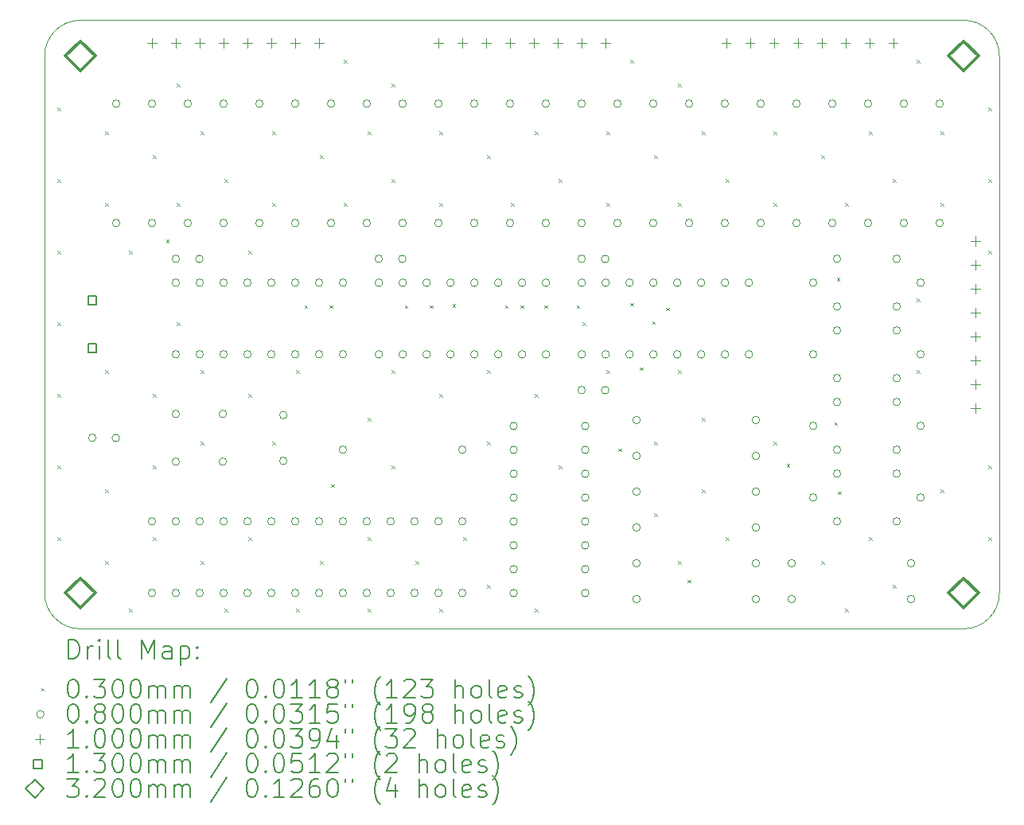
<source format=gbr>
%TF.GenerationSoftware,KiCad,Pcbnew,7.0.10*%
%TF.CreationDate,2024-01-23T12:18:40+06:30*%
%TF.ProjectId,Project,50726f6a-6563-4742-9e6b-696361645f70,1.0*%
%TF.SameCoordinates,PX5d42830PY8062360*%
%TF.FileFunction,Drillmap*%
%TF.FilePolarity,Positive*%
%FSLAX45Y45*%
G04 Gerber Fmt 4.5, Leading zero omitted, Abs format (unit mm)*
G04 Created by KiCad (PCBNEW 7.0.10) date 2024-01-23 12:18:40*
%MOMM*%
%LPD*%
G01*
G04 APERTURE LIST*
%ADD10C,0.100000*%
%ADD11C,0.200000*%
%ADD12C,0.130000*%
%ADD13C,0.320000*%
G04 APERTURE END LIST*
D10*
X381000Y6477000D02*
X9779000Y6477000D01*
X0Y381000D02*
X0Y6096000D01*
X10160000Y6096000D02*
G75*
G03*
X9779000Y6477000I-381000J0D01*
G01*
X9779000Y0D02*
X381000Y0D01*
X9779000Y0D02*
G75*
G03*
X10160000Y381000I0J381000D01*
G01*
X381000Y6477000D02*
G75*
G03*
X0Y6096000I0J-381000D01*
G01*
X10160000Y6096000D02*
X10160000Y381000D01*
X0Y381000D02*
G75*
G03*
X381000Y0I381000J0D01*
G01*
D11*
D10*
X138548Y5548825D02*
X168548Y5518825D01*
X168548Y5548825D02*
X138548Y5518825D01*
X138548Y4786825D02*
X168548Y4756825D01*
X168548Y4786825D02*
X138548Y4756825D01*
X138548Y4024825D02*
X168548Y3994825D01*
X168548Y4024825D02*
X138548Y3994825D01*
X138548Y3262825D02*
X168548Y3232825D01*
X168548Y3262825D02*
X138548Y3232825D01*
X138548Y2500825D02*
X168548Y2470825D01*
X168548Y2500825D02*
X138548Y2470825D01*
X138548Y1738825D02*
X168548Y1708825D01*
X168548Y1738825D02*
X138548Y1708825D01*
X138548Y976825D02*
X168548Y946825D01*
X168548Y976825D02*
X138548Y946825D01*
X646548Y5294825D02*
X676548Y5264825D01*
X676548Y5294825D02*
X646548Y5264825D01*
X646548Y4532825D02*
X676548Y4502825D01*
X676548Y4532825D02*
X646548Y4502825D01*
X646548Y2754825D02*
X676548Y2724825D01*
X676548Y2754825D02*
X646548Y2724825D01*
X646548Y1484825D02*
X676548Y1454825D01*
X676548Y1484825D02*
X646548Y1454825D01*
X646548Y722825D02*
X676548Y692825D01*
X676548Y722825D02*
X646548Y692825D01*
X900548Y4024825D02*
X930548Y3994825D01*
X930548Y4024825D02*
X900548Y3994825D01*
X900548Y214825D02*
X930548Y184825D01*
X930548Y214825D02*
X900548Y184825D01*
X1154548Y5040825D02*
X1184548Y5010825D01*
X1184548Y5040825D02*
X1154548Y5010825D01*
X1154548Y2500825D02*
X1184548Y2470825D01*
X1184548Y2500825D02*
X1154548Y2470825D01*
X1154548Y1738825D02*
X1184548Y1708825D01*
X1184548Y1738825D02*
X1154548Y1708825D01*
X1154548Y976825D02*
X1184548Y946825D01*
X1184548Y976825D02*
X1154548Y946825D01*
X1293100Y4142500D02*
X1323100Y4112500D01*
X1323100Y4142500D02*
X1293100Y4112500D01*
X1408548Y5802825D02*
X1438548Y5772825D01*
X1438548Y5802825D02*
X1408548Y5772825D01*
X1408548Y4532825D02*
X1438548Y4502825D01*
X1438548Y4532825D02*
X1408548Y4502825D01*
X1408548Y3262825D02*
X1438548Y3232825D01*
X1438548Y3262825D02*
X1408548Y3232825D01*
X1662548Y5294825D02*
X1692548Y5264825D01*
X1692548Y5294825D02*
X1662548Y5264825D01*
X1662548Y2754825D02*
X1692548Y2724825D01*
X1692548Y2754825D02*
X1662548Y2724825D01*
X1662548Y1992825D02*
X1692548Y1962825D01*
X1692548Y1992825D02*
X1662548Y1962825D01*
X1662548Y722825D02*
X1692548Y692825D01*
X1692548Y722825D02*
X1662548Y692825D01*
X1916548Y4786825D02*
X1946548Y4756825D01*
X1946548Y4786825D02*
X1916548Y4756825D01*
X1916548Y214825D02*
X1946548Y184825D01*
X1946548Y214825D02*
X1916548Y184825D01*
X2170548Y4024825D02*
X2200548Y3994825D01*
X2200548Y4024825D02*
X2170548Y3994825D01*
X2170548Y2500825D02*
X2200548Y2470825D01*
X2200548Y2500825D02*
X2170548Y2470825D01*
X2170548Y976825D02*
X2200548Y946825D01*
X2200548Y976825D02*
X2170548Y946825D01*
X2424548Y5294825D02*
X2454548Y5264825D01*
X2454548Y5294825D02*
X2424548Y5264825D01*
X2424548Y4532825D02*
X2454548Y4502825D01*
X2454548Y4532825D02*
X2424548Y4502825D01*
X2424548Y1992825D02*
X2454548Y1962825D01*
X2454548Y1992825D02*
X2424548Y1962825D01*
X2678548Y2754825D02*
X2708548Y2724825D01*
X2708548Y2754825D02*
X2678548Y2724825D01*
X2678548Y214825D02*
X2708548Y184825D01*
X2708548Y214825D02*
X2678548Y184825D01*
X2766300Y3444000D02*
X2796300Y3414000D01*
X2796300Y3444000D02*
X2766300Y3414000D01*
X2932548Y5040825D02*
X2962548Y5010825D01*
X2962548Y5040825D02*
X2932548Y5010825D01*
X2932548Y722825D02*
X2962548Y692825D01*
X2962548Y722825D02*
X2932548Y692825D01*
X3033000Y3444000D02*
X3063000Y3414000D01*
X3063000Y3444000D02*
X3033000Y3414000D01*
X3048108Y1539000D02*
X3078108Y1509000D01*
X3078108Y1539000D02*
X3048108Y1509000D01*
X3186548Y6056825D02*
X3216548Y6026825D01*
X3216548Y6056825D02*
X3186548Y6026825D01*
X3186548Y4532825D02*
X3216548Y4502825D01*
X3216548Y4532825D02*
X3186548Y4502825D01*
X3440548Y5294825D02*
X3470548Y5264825D01*
X3470548Y5294825D02*
X3440548Y5264825D01*
X3440548Y2246825D02*
X3470548Y2216825D01*
X3470548Y2246825D02*
X3440548Y2216825D01*
X3440548Y976825D02*
X3470548Y946825D01*
X3470548Y976825D02*
X3440548Y946825D01*
X3440548Y214825D02*
X3470548Y184825D01*
X3470548Y214825D02*
X3440548Y184825D01*
X3694548Y5802825D02*
X3724548Y5772825D01*
X3724548Y5802825D02*
X3694548Y5772825D01*
X3694548Y4786825D02*
X3724548Y4756825D01*
X3724548Y4786825D02*
X3694548Y4756825D01*
X3694548Y2754825D02*
X3724548Y2724825D01*
X3724548Y2754825D02*
X3694548Y2724825D01*
X3694548Y1738825D02*
X3724548Y1708825D01*
X3724548Y1738825D02*
X3694548Y1708825D01*
X3833100Y3444000D02*
X3863100Y3414000D01*
X3863100Y3444000D02*
X3833100Y3414000D01*
X3948548Y722825D02*
X3978548Y692825D01*
X3978548Y722825D02*
X3948548Y692825D01*
X4099800Y3444000D02*
X4129800Y3414000D01*
X4129800Y3444000D02*
X4099800Y3414000D01*
X4202548Y5294825D02*
X4232548Y5264825D01*
X4232548Y5294825D02*
X4202548Y5264825D01*
X4202548Y4532825D02*
X4232548Y4502825D01*
X4232548Y4532825D02*
X4202548Y4502825D01*
X4202548Y2500825D02*
X4232548Y2470825D01*
X4232548Y2500825D02*
X4202548Y2470825D01*
X4202548Y214825D02*
X4232548Y184825D01*
X4232548Y214825D02*
X4202548Y184825D01*
X4341100Y3456700D02*
X4371100Y3426700D01*
X4371100Y3456700D02*
X4341100Y3426700D01*
X4456548Y976825D02*
X4486548Y946825D01*
X4486548Y976825D02*
X4456548Y946825D01*
X4710548Y5040825D02*
X4740548Y5010825D01*
X4740548Y5040825D02*
X4710548Y5010825D01*
X4710548Y2754825D02*
X4740548Y2724825D01*
X4740548Y2754825D02*
X4710548Y2724825D01*
X4710548Y1992825D02*
X4740548Y1962825D01*
X4740548Y1992825D02*
X4710548Y1962825D01*
X4710548Y468825D02*
X4740548Y438825D01*
X4740548Y468825D02*
X4710548Y438825D01*
X4899786Y3443886D02*
X4929786Y3413886D01*
X4929786Y3443886D02*
X4899786Y3413886D01*
X4964548Y4532825D02*
X4994548Y4502825D01*
X4994548Y4532825D02*
X4964548Y4502825D01*
X5065000Y3444000D02*
X5095000Y3414000D01*
X5095000Y3444000D02*
X5065000Y3414000D01*
X5218548Y5294825D02*
X5248548Y5264825D01*
X5248548Y5294825D02*
X5218548Y5264825D01*
X5218548Y2500825D02*
X5248548Y2470825D01*
X5248548Y2500825D02*
X5218548Y2470825D01*
X5218548Y214825D02*
X5248548Y184825D01*
X5248548Y214825D02*
X5218548Y184825D01*
X5319000Y3444000D02*
X5349000Y3414000D01*
X5349000Y3444000D02*
X5319000Y3414000D01*
X5472548Y4786825D02*
X5502548Y4756825D01*
X5502548Y4786825D02*
X5472548Y4756825D01*
X5472548Y1738825D02*
X5502548Y1708825D01*
X5502548Y1738825D02*
X5472548Y1708825D01*
X5661900Y3444000D02*
X5691900Y3414000D01*
X5691900Y3444000D02*
X5661900Y3414000D01*
X5726548Y3262825D02*
X5756548Y3232825D01*
X5756548Y3262825D02*
X5726548Y3232825D01*
X5980548Y5294825D02*
X6010548Y5264825D01*
X6010548Y5294825D02*
X5980548Y5264825D01*
X5980548Y4532825D02*
X6010548Y4502825D01*
X6010548Y4532825D02*
X5980548Y4502825D01*
X5980548Y2754825D02*
X6010548Y2724825D01*
X6010548Y2754825D02*
X5980548Y2724825D01*
X6106400Y1920000D02*
X6136400Y1890000D01*
X6136400Y1920000D02*
X6106400Y1890000D01*
X6234548Y6056825D02*
X6264548Y6026825D01*
X6264548Y6056825D02*
X6234548Y6026825D01*
X6234900Y3469400D02*
X6264900Y3439400D01*
X6264900Y3469400D02*
X6234900Y3439400D01*
X6335000Y2783600D02*
X6365000Y2753600D01*
X6365000Y2783600D02*
X6335000Y2753600D01*
X6467003Y3274152D02*
X6497003Y3244152D01*
X6497003Y3274152D02*
X6467003Y3244152D01*
X6488548Y5040825D02*
X6518548Y5010825D01*
X6518548Y5040825D02*
X6488548Y5010825D01*
X6488548Y1992825D02*
X6518548Y1962825D01*
X6518548Y1992825D02*
X6488548Y1962825D01*
X6488548Y1230825D02*
X6518548Y1200825D01*
X6518548Y1230825D02*
X6488548Y1200825D01*
X6614047Y3418953D02*
X6644047Y3388953D01*
X6644047Y3418953D02*
X6614047Y3388953D01*
X6742548Y5802825D02*
X6772548Y5772825D01*
X6772548Y5802825D02*
X6742548Y5772825D01*
X6742548Y4532825D02*
X6772548Y4502825D01*
X6772548Y4532825D02*
X6742548Y4502825D01*
X6742548Y2754825D02*
X6772548Y2724825D01*
X6772548Y2754825D02*
X6742548Y2724825D01*
X6742548Y722825D02*
X6772548Y692825D01*
X6772548Y722825D02*
X6742548Y692825D01*
X6843000Y523000D02*
X6873000Y493000D01*
X6873000Y523000D02*
X6843000Y493000D01*
X6996548Y5294825D02*
X7026548Y5264825D01*
X7026548Y5294825D02*
X6996548Y5264825D01*
X6996548Y2246825D02*
X7026548Y2216825D01*
X7026548Y2246825D02*
X6996548Y2216825D01*
X6996548Y1484825D02*
X7026548Y1454825D01*
X7026548Y1484825D02*
X6996548Y1454825D01*
X7250548Y4786825D02*
X7280548Y4756825D01*
X7280548Y4786825D02*
X7250548Y4756825D01*
X7250548Y976825D02*
X7280548Y946825D01*
X7280548Y976825D02*
X7250548Y946825D01*
X7758548Y5294825D02*
X7788548Y5264825D01*
X7788548Y5294825D02*
X7758548Y5264825D01*
X7758548Y4532825D02*
X7788548Y4502825D01*
X7788548Y4532825D02*
X7758548Y4502825D01*
X7758548Y1992825D02*
X7788548Y1962825D01*
X7788548Y1992825D02*
X7758548Y1962825D01*
X7897100Y1754900D02*
X7927100Y1724900D01*
X7927100Y1754900D02*
X7897100Y1724900D01*
X8266548Y5040825D02*
X8296548Y5010825D01*
X8296548Y5040825D02*
X8266548Y5010825D01*
X8266548Y722825D02*
X8296548Y692825D01*
X8296548Y722825D02*
X8266548Y692825D01*
X8405100Y2199400D02*
X8435100Y2169400D01*
X8435100Y2199400D02*
X8405100Y2169400D01*
X8430500Y3736100D02*
X8460500Y3706100D01*
X8460500Y3736100D02*
X8430500Y3706100D01*
X8443200Y1462800D02*
X8473200Y1432800D01*
X8473200Y1462800D02*
X8443200Y1432800D01*
X8520548Y4532825D02*
X8550548Y4502825D01*
X8550548Y4532825D02*
X8520548Y4502825D01*
X8520548Y214825D02*
X8550548Y184825D01*
X8550548Y214825D02*
X8520548Y184825D01*
X8774548Y5294825D02*
X8804548Y5264825D01*
X8804548Y5294825D02*
X8774548Y5264825D01*
X8774548Y976825D02*
X8804548Y946825D01*
X8804548Y976825D02*
X8774548Y946825D01*
X9028548Y4786825D02*
X9058548Y4756825D01*
X9058548Y4786825D02*
X9028548Y4756825D01*
X9028548Y468825D02*
X9058548Y438825D01*
X9058548Y468825D02*
X9028548Y438825D01*
X9282548Y6056825D02*
X9312548Y6026825D01*
X9312548Y6056825D02*
X9282548Y6026825D01*
X9282548Y3516825D02*
X9312548Y3486825D01*
X9312548Y3516825D02*
X9282548Y3486825D01*
X9282548Y2754825D02*
X9312548Y2724825D01*
X9312548Y2754825D02*
X9282548Y2724825D01*
X9536548Y5294825D02*
X9566548Y5264825D01*
X9566548Y5294825D02*
X9536548Y5264825D01*
X9536548Y4532825D02*
X9566548Y4502825D01*
X9566548Y4532825D02*
X9536548Y4502825D01*
X9536548Y1484825D02*
X9566548Y1454825D01*
X9566548Y1484825D02*
X9536548Y1454825D01*
X10044548Y5548825D02*
X10074548Y5518825D01*
X10074548Y5548825D02*
X10044548Y5518825D01*
X10044548Y4786825D02*
X10074548Y4756825D01*
X10074548Y4786825D02*
X10044548Y4756825D01*
X10044548Y4024825D02*
X10074548Y3994825D01*
X10074548Y4024825D02*
X10044548Y3994825D01*
X10044548Y1738825D02*
X10074548Y1708825D01*
X10074548Y1738825D02*
X10044548Y1708825D01*
X10044548Y976825D02*
X10074548Y946825D01*
X10074548Y976825D02*
X10044548Y946825D01*
X548000Y2032000D02*
G75*
G03*
X468000Y2032000I-40000J0D01*
G01*
X468000Y2032000D02*
G75*
G03*
X548000Y2032000I40000J0D01*
G01*
X798000Y2032000D02*
G75*
G03*
X718000Y2032000I-40000J0D01*
G01*
X718000Y2032000D02*
G75*
G03*
X798000Y2032000I40000J0D01*
G01*
X802000Y5588000D02*
G75*
G03*
X722000Y5588000I-40000J0D01*
G01*
X722000Y5588000D02*
G75*
G03*
X802000Y5588000I40000J0D01*
G01*
X802000Y4318000D02*
G75*
G03*
X722000Y4318000I-40000J0D01*
G01*
X722000Y4318000D02*
G75*
G03*
X802000Y4318000I40000J0D01*
G01*
X1183000Y5588000D02*
G75*
G03*
X1103000Y5588000I-40000J0D01*
G01*
X1103000Y5588000D02*
G75*
G03*
X1183000Y5588000I40000J0D01*
G01*
X1183000Y4318000D02*
G75*
G03*
X1103000Y4318000I-40000J0D01*
G01*
X1103000Y4318000D02*
G75*
G03*
X1183000Y4318000I40000J0D01*
G01*
X1183000Y1143000D02*
G75*
G03*
X1103000Y1143000I-40000J0D01*
G01*
X1103000Y1143000D02*
G75*
G03*
X1183000Y1143000I40000J0D01*
G01*
X1183000Y381000D02*
G75*
G03*
X1103000Y381000I-40000J0D01*
G01*
X1103000Y381000D02*
G75*
G03*
X1183000Y381000I40000J0D01*
G01*
X1437000Y3937000D02*
G75*
G03*
X1357000Y3937000I-40000J0D01*
G01*
X1357000Y3937000D02*
G75*
G03*
X1437000Y3937000I40000J0D01*
G01*
X1437000Y3683000D02*
G75*
G03*
X1357000Y3683000I-40000J0D01*
G01*
X1357000Y3683000D02*
G75*
G03*
X1437000Y3683000I40000J0D01*
G01*
X1437000Y2921000D02*
G75*
G03*
X1357000Y2921000I-40000J0D01*
G01*
X1357000Y2921000D02*
G75*
G03*
X1437000Y2921000I40000J0D01*
G01*
X1437000Y2286000D02*
G75*
G03*
X1357000Y2286000I-40000J0D01*
G01*
X1357000Y2286000D02*
G75*
G03*
X1437000Y2286000I40000J0D01*
G01*
X1437000Y1778000D02*
G75*
G03*
X1357000Y1778000I-40000J0D01*
G01*
X1357000Y1778000D02*
G75*
G03*
X1437000Y1778000I40000J0D01*
G01*
X1437000Y1143000D02*
G75*
G03*
X1357000Y1143000I-40000J0D01*
G01*
X1357000Y1143000D02*
G75*
G03*
X1437000Y1143000I40000J0D01*
G01*
X1437000Y381000D02*
G75*
G03*
X1357000Y381000I-40000J0D01*
G01*
X1357000Y381000D02*
G75*
G03*
X1437000Y381000I40000J0D01*
G01*
X1564000Y5588000D02*
G75*
G03*
X1484000Y5588000I-40000J0D01*
G01*
X1484000Y5588000D02*
G75*
G03*
X1564000Y5588000I40000J0D01*
G01*
X1564000Y4318000D02*
G75*
G03*
X1484000Y4318000I-40000J0D01*
G01*
X1484000Y4318000D02*
G75*
G03*
X1564000Y4318000I40000J0D01*
G01*
X1687000Y3937000D02*
G75*
G03*
X1607000Y3937000I-40000J0D01*
G01*
X1607000Y3937000D02*
G75*
G03*
X1687000Y3937000I40000J0D01*
G01*
X1691000Y3683000D02*
G75*
G03*
X1611000Y3683000I-40000J0D01*
G01*
X1611000Y3683000D02*
G75*
G03*
X1691000Y3683000I40000J0D01*
G01*
X1691000Y2921000D02*
G75*
G03*
X1611000Y2921000I-40000J0D01*
G01*
X1611000Y2921000D02*
G75*
G03*
X1691000Y2921000I40000J0D01*
G01*
X1691000Y1143000D02*
G75*
G03*
X1611000Y1143000I-40000J0D01*
G01*
X1611000Y1143000D02*
G75*
G03*
X1691000Y1143000I40000J0D01*
G01*
X1691000Y381000D02*
G75*
G03*
X1611000Y381000I-40000J0D01*
G01*
X1611000Y381000D02*
G75*
G03*
X1691000Y381000I40000J0D01*
G01*
X1937000Y2286000D02*
G75*
G03*
X1857000Y2286000I-40000J0D01*
G01*
X1857000Y2286000D02*
G75*
G03*
X1937000Y2286000I40000J0D01*
G01*
X1937000Y1778000D02*
G75*
G03*
X1857000Y1778000I-40000J0D01*
G01*
X1857000Y1778000D02*
G75*
G03*
X1937000Y1778000I40000J0D01*
G01*
X1945000Y5588000D02*
G75*
G03*
X1865000Y5588000I-40000J0D01*
G01*
X1865000Y5588000D02*
G75*
G03*
X1945000Y5588000I40000J0D01*
G01*
X1945000Y4318000D02*
G75*
G03*
X1865000Y4318000I-40000J0D01*
G01*
X1865000Y4318000D02*
G75*
G03*
X1945000Y4318000I40000J0D01*
G01*
X1945000Y3683000D02*
G75*
G03*
X1865000Y3683000I-40000J0D01*
G01*
X1865000Y3683000D02*
G75*
G03*
X1945000Y3683000I40000J0D01*
G01*
X1945000Y2921000D02*
G75*
G03*
X1865000Y2921000I-40000J0D01*
G01*
X1865000Y2921000D02*
G75*
G03*
X1945000Y2921000I40000J0D01*
G01*
X1945000Y1143000D02*
G75*
G03*
X1865000Y1143000I-40000J0D01*
G01*
X1865000Y1143000D02*
G75*
G03*
X1945000Y1143000I40000J0D01*
G01*
X1945000Y381000D02*
G75*
G03*
X1865000Y381000I-40000J0D01*
G01*
X1865000Y381000D02*
G75*
G03*
X1945000Y381000I40000J0D01*
G01*
X2199000Y3683000D02*
G75*
G03*
X2119000Y3683000I-40000J0D01*
G01*
X2119000Y3683000D02*
G75*
G03*
X2199000Y3683000I40000J0D01*
G01*
X2199000Y2921000D02*
G75*
G03*
X2119000Y2921000I-40000J0D01*
G01*
X2119000Y2921000D02*
G75*
G03*
X2199000Y2921000I40000J0D01*
G01*
X2199000Y1143000D02*
G75*
G03*
X2119000Y1143000I-40000J0D01*
G01*
X2119000Y1143000D02*
G75*
G03*
X2199000Y1143000I40000J0D01*
G01*
X2199000Y381000D02*
G75*
G03*
X2119000Y381000I-40000J0D01*
G01*
X2119000Y381000D02*
G75*
G03*
X2199000Y381000I40000J0D01*
G01*
X2326000Y5588000D02*
G75*
G03*
X2246000Y5588000I-40000J0D01*
G01*
X2246000Y5588000D02*
G75*
G03*
X2326000Y5588000I40000J0D01*
G01*
X2326000Y4318000D02*
G75*
G03*
X2246000Y4318000I-40000J0D01*
G01*
X2246000Y4318000D02*
G75*
G03*
X2326000Y4318000I40000J0D01*
G01*
X2453000Y3683000D02*
G75*
G03*
X2373000Y3683000I-40000J0D01*
G01*
X2373000Y3683000D02*
G75*
G03*
X2453000Y3683000I40000J0D01*
G01*
X2453000Y2921000D02*
G75*
G03*
X2373000Y2921000I-40000J0D01*
G01*
X2373000Y2921000D02*
G75*
G03*
X2453000Y2921000I40000J0D01*
G01*
X2453000Y1143000D02*
G75*
G03*
X2373000Y1143000I-40000J0D01*
G01*
X2373000Y1143000D02*
G75*
G03*
X2453000Y1143000I40000J0D01*
G01*
X2453000Y381000D02*
G75*
G03*
X2373000Y381000I-40000J0D01*
G01*
X2373000Y381000D02*
G75*
G03*
X2453000Y381000I40000J0D01*
G01*
X2580000Y2275000D02*
G75*
G03*
X2500000Y2275000I-40000J0D01*
G01*
X2500000Y2275000D02*
G75*
G03*
X2580000Y2275000I40000J0D01*
G01*
X2580000Y1787000D02*
G75*
G03*
X2500000Y1787000I-40000J0D01*
G01*
X2500000Y1787000D02*
G75*
G03*
X2580000Y1787000I40000J0D01*
G01*
X2707000Y5588000D02*
G75*
G03*
X2627000Y5588000I-40000J0D01*
G01*
X2627000Y5588000D02*
G75*
G03*
X2707000Y5588000I40000J0D01*
G01*
X2707000Y4318000D02*
G75*
G03*
X2627000Y4318000I-40000J0D01*
G01*
X2627000Y4318000D02*
G75*
G03*
X2707000Y4318000I40000J0D01*
G01*
X2707000Y3683000D02*
G75*
G03*
X2627000Y3683000I-40000J0D01*
G01*
X2627000Y3683000D02*
G75*
G03*
X2707000Y3683000I40000J0D01*
G01*
X2707000Y2921000D02*
G75*
G03*
X2627000Y2921000I-40000J0D01*
G01*
X2627000Y2921000D02*
G75*
G03*
X2707000Y2921000I40000J0D01*
G01*
X2707000Y1143000D02*
G75*
G03*
X2627000Y1143000I-40000J0D01*
G01*
X2627000Y1143000D02*
G75*
G03*
X2707000Y1143000I40000J0D01*
G01*
X2707000Y381000D02*
G75*
G03*
X2627000Y381000I-40000J0D01*
G01*
X2627000Y381000D02*
G75*
G03*
X2707000Y381000I40000J0D01*
G01*
X2961000Y3683000D02*
G75*
G03*
X2881000Y3683000I-40000J0D01*
G01*
X2881000Y3683000D02*
G75*
G03*
X2961000Y3683000I40000J0D01*
G01*
X2961000Y2921000D02*
G75*
G03*
X2881000Y2921000I-40000J0D01*
G01*
X2881000Y2921000D02*
G75*
G03*
X2961000Y2921000I40000J0D01*
G01*
X2961000Y1143000D02*
G75*
G03*
X2881000Y1143000I-40000J0D01*
G01*
X2881000Y1143000D02*
G75*
G03*
X2961000Y1143000I40000J0D01*
G01*
X2961000Y381000D02*
G75*
G03*
X2881000Y381000I-40000J0D01*
G01*
X2881000Y381000D02*
G75*
G03*
X2961000Y381000I40000J0D01*
G01*
X3088000Y5588000D02*
G75*
G03*
X3008000Y5588000I-40000J0D01*
G01*
X3008000Y5588000D02*
G75*
G03*
X3088000Y5588000I40000J0D01*
G01*
X3088000Y4318000D02*
G75*
G03*
X3008000Y4318000I-40000J0D01*
G01*
X3008000Y4318000D02*
G75*
G03*
X3088000Y4318000I40000J0D01*
G01*
X3215000Y3683000D02*
G75*
G03*
X3135000Y3683000I-40000J0D01*
G01*
X3135000Y3683000D02*
G75*
G03*
X3215000Y3683000I40000J0D01*
G01*
X3215000Y2921000D02*
G75*
G03*
X3135000Y2921000I-40000J0D01*
G01*
X3135000Y2921000D02*
G75*
G03*
X3215000Y2921000I40000J0D01*
G01*
X3215000Y1905000D02*
G75*
G03*
X3135000Y1905000I-40000J0D01*
G01*
X3135000Y1905000D02*
G75*
G03*
X3215000Y1905000I40000J0D01*
G01*
X3215000Y1143000D02*
G75*
G03*
X3135000Y1143000I-40000J0D01*
G01*
X3135000Y1143000D02*
G75*
G03*
X3215000Y1143000I40000J0D01*
G01*
X3215000Y381000D02*
G75*
G03*
X3135000Y381000I-40000J0D01*
G01*
X3135000Y381000D02*
G75*
G03*
X3215000Y381000I40000J0D01*
G01*
X3469000Y5588000D02*
G75*
G03*
X3389000Y5588000I-40000J0D01*
G01*
X3389000Y5588000D02*
G75*
G03*
X3469000Y5588000I40000J0D01*
G01*
X3469000Y4318000D02*
G75*
G03*
X3389000Y4318000I-40000J0D01*
G01*
X3389000Y4318000D02*
G75*
G03*
X3469000Y4318000I40000J0D01*
G01*
X3469000Y1143000D02*
G75*
G03*
X3389000Y1143000I-40000J0D01*
G01*
X3389000Y1143000D02*
G75*
G03*
X3469000Y1143000I40000J0D01*
G01*
X3469000Y381000D02*
G75*
G03*
X3389000Y381000I-40000J0D01*
G01*
X3389000Y381000D02*
G75*
G03*
X3469000Y381000I40000J0D01*
G01*
X3596000Y3937000D02*
G75*
G03*
X3516000Y3937000I-40000J0D01*
G01*
X3516000Y3937000D02*
G75*
G03*
X3596000Y3937000I40000J0D01*
G01*
X3597500Y3683000D02*
G75*
G03*
X3517500Y3683000I-40000J0D01*
G01*
X3517500Y3683000D02*
G75*
G03*
X3597500Y3683000I40000J0D01*
G01*
X3597500Y2921000D02*
G75*
G03*
X3517500Y2921000I-40000J0D01*
G01*
X3517500Y2921000D02*
G75*
G03*
X3597500Y2921000I40000J0D01*
G01*
X3723000Y1143000D02*
G75*
G03*
X3643000Y1143000I-40000J0D01*
G01*
X3643000Y1143000D02*
G75*
G03*
X3723000Y1143000I40000J0D01*
G01*
X3723000Y381000D02*
G75*
G03*
X3643000Y381000I-40000J0D01*
G01*
X3643000Y381000D02*
G75*
G03*
X3723000Y381000I40000J0D01*
G01*
X3846000Y3937000D02*
G75*
G03*
X3766000Y3937000I-40000J0D01*
G01*
X3766000Y3937000D02*
G75*
G03*
X3846000Y3937000I40000J0D01*
G01*
X3850000Y5588000D02*
G75*
G03*
X3770000Y5588000I-40000J0D01*
G01*
X3770000Y5588000D02*
G75*
G03*
X3850000Y5588000I40000J0D01*
G01*
X3850000Y4318000D02*
G75*
G03*
X3770000Y4318000I-40000J0D01*
G01*
X3770000Y4318000D02*
G75*
G03*
X3850000Y4318000I40000J0D01*
G01*
X3851500Y3683000D02*
G75*
G03*
X3771500Y3683000I-40000J0D01*
G01*
X3771500Y3683000D02*
G75*
G03*
X3851500Y3683000I40000J0D01*
G01*
X3851500Y2921000D02*
G75*
G03*
X3771500Y2921000I-40000J0D01*
G01*
X3771500Y2921000D02*
G75*
G03*
X3851500Y2921000I40000J0D01*
G01*
X3977000Y1143000D02*
G75*
G03*
X3897000Y1143000I-40000J0D01*
G01*
X3897000Y1143000D02*
G75*
G03*
X3977000Y1143000I40000J0D01*
G01*
X3977000Y381000D02*
G75*
G03*
X3897000Y381000I-40000J0D01*
G01*
X3897000Y381000D02*
G75*
G03*
X3977000Y381000I40000J0D01*
G01*
X4105500Y3683000D02*
G75*
G03*
X4025500Y3683000I-40000J0D01*
G01*
X4025500Y3683000D02*
G75*
G03*
X4105500Y3683000I40000J0D01*
G01*
X4105500Y2921000D02*
G75*
G03*
X4025500Y2921000I-40000J0D01*
G01*
X4025500Y2921000D02*
G75*
G03*
X4105500Y2921000I40000J0D01*
G01*
X4231000Y5588000D02*
G75*
G03*
X4151000Y5588000I-40000J0D01*
G01*
X4151000Y5588000D02*
G75*
G03*
X4231000Y5588000I40000J0D01*
G01*
X4231000Y4318000D02*
G75*
G03*
X4151000Y4318000I-40000J0D01*
G01*
X4151000Y4318000D02*
G75*
G03*
X4231000Y4318000I40000J0D01*
G01*
X4231000Y1143000D02*
G75*
G03*
X4151000Y1143000I-40000J0D01*
G01*
X4151000Y1143000D02*
G75*
G03*
X4231000Y1143000I40000J0D01*
G01*
X4231000Y381000D02*
G75*
G03*
X4151000Y381000I-40000J0D01*
G01*
X4151000Y381000D02*
G75*
G03*
X4231000Y381000I40000J0D01*
G01*
X4359500Y3683000D02*
G75*
G03*
X4279500Y3683000I-40000J0D01*
G01*
X4279500Y3683000D02*
G75*
G03*
X4359500Y3683000I40000J0D01*
G01*
X4359500Y2921000D02*
G75*
G03*
X4279500Y2921000I-40000J0D01*
G01*
X4279500Y2921000D02*
G75*
G03*
X4359500Y2921000I40000J0D01*
G01*
X4485000Y1905000D02*
G75*
G03*
X4405000Y1905000I-40000J0D01*
G01*
X4405000Y1905000D02*
G75*
G03*
X4485000Y1905000I40000J0D01*
G01*
X4485000Y1143000D02*
G75*
G03*
X4405000Y1143000I-40000J0D01*
G01*
X4405000Y1143000D02*
G75*
G03*
X4485000Y1143000I40000J0D01*
G01*
X4485000Y381000D02*
G75*
G03*
X4405000Y381000I-40000J0D01*
G01*
X4405000Y381000D02*
G75*
G03*
X4485000Y381000I40000J0D01*
G01*
X4612000Y5588000D02*
G75*
G03*
X4532000Y5588000I-40000J0D01*
G01*
X4532000Y5588000D02*
G75*
G03*
X4612000Y5588000I40000J0D01*
G01*
X4612000Y4318000D02*
G75*
G03*
X4532000Y4318000I-40000J0D01*
G01*
X4532000Y4318000D02*
G75*
G03*
X4612000Y4318000I40000J0D01*
G01*
X4613500Y3683000D02*
G75*
G03*
X4533500Y3683000I-40000J0D01*
G01*
X4533500Y3683000D02*
G75*
G03*
X4613500Y3683000I40000J0D01*
G01*
X4613500Y2921000D02*
G75*
G03*
X4533500Y2921000I-40000J0D01*
G01*
X4533500Y2921000D02*
G75*
G03*
X4613500Y2921000I40000J0D01*
G01*
X4867500Y3683000D02*
G75*
G03*
X4787500Y3683000I-40000J0D01*
G01*
X4787500Y3683000D02*
G75*
G03*
X4867500Y3683000I40000J0D01*
G01*
X4867500Y2921000D02*
G75*
G03*
X4787500Y2921000I-40000J0D01*
G01*
X4787500Y2921000D02*
G75*
G03*
X4867500Y2921000I40000J0D01*
G01*
X4993000Y5588000D02*
G75*
G03*
X4913000Y5588000I-40000J0D01*
G01*
X4913000Y5588000D02*
G75*
G03*
X4993000Y5588000I40000J0D01*
G01*
X4993000Y4318000D02*
G75*
G03*
X4913000Y4318000I-40000J0D01*
G01*
X4913000Y4318000D02*
G75*
G03*
X4993000Y4318000I40000J0D01*
G01*
X5031100Y2159000D02*
G75*
G03*
X4951100Y2159000I-40000J0D01*
G01*
X4951100Y2159000D02*
G75*
G03*
X5031100Y2159000I40000J0D01*
G01*
X5031100Y1905000D02*
G75*
G03*
X4951100Y1905000I-40000J0D01*
G01*
X4951100Y1905000D02*
G75*
G03*
X5031100Y1905000I40000J0D01*
G01*
X5031100Y1651000D02*
G75*
G03*
X4951100Y1651000I-40000J0D01*
G01*
X4951100Y1651000D02*
G75*
G03*
X5031100Y1651000I40000J0D01*
G01*
X5031100Y1397000D02*
G75*
G03*
X4951100Y1397000I-40000J0D01*
G01*
X4951100Y1397000D02*
G75*
G03*
X5031100Y1397000I40000J0D01*
G01*
X5031100Y1143000D02*
G75*
G03*
X4951100Y1143000I-40000J0D01*
G01*
X4951100Y1143000D02*
G75*
G03*
X5031100Y1143000I40000J0D01*
G01*
X5031100Y889000D02*
G75*
G03*
X4951100Y889000I-40000J0D01*
G01*
X4951100Y889000D02*
G75*
G03*
X5031100Y889000I40000J0D01*
G01*
X5031100Y635000D02*
G75*
G03*
X4951100Y635000I-40000J0D01*
G01*
X4951100Y635000D02*
G75*
G03*
X5031100Y635000I40000J0D01*
G01*
X5031100Y381000D02*
G75*
G03*
X4951100Y381000I-40000J0D01*
G01*
X4951100Y381000D02*
G75*
G03*
X5031100Y381000I40000J0D01*
G01*
X5121500Y3683000D02*
G75*
G03*
X5041500Y3683000I-40000J0D01*
G01*
X5041500Y3683000D02*
G75*
G03*
X5121500Y3683000I40000J0D01*
G01*
X5121500Y2921000D02*
G75*
G03*
X5041500Y2921000I-40000J0D01*
G01*
X5041500Y2921000D02*
G75*
G03*
X5121500Y2921000I40000J0D01*
G01*
X5374000Y5588000D02*
G75*
G03*
X5294000Y5588000I-40000J0D01*
G01*
X5294000Y5588000D02*
G75*
G03*
X5374000Y5588000I40000J0D01*
G01*
X5374000Y4318000D02*
G75*
G03*
X5294000Y4318000I-40000J0D01*
G01*
X5294000Y4318000D02*
G75*
G03*
X5374000Y4318000I40000J0D01*
G01*
X5375500Y3683000D02*
G75*
G03*
X5295500Y3683000I-40000J0D01*
G01*
X5295500Y3683000D02*
G75*
G03*
X5375500Y3683000I40000J0D01*
G01*
X5375500Y2921000D02*
G75*
G03*
X5295500Y2921000I-40000J0D01*
G01*
X5295500Y2921000D02*
G75*
G03*
X5375500Y2921000I40000J0D01*
G01*
X5755000Y5588000D02*
G75*
G03*
X5675000Y5588000I-40000J0D01*
G01*
X5675000Y5588000D02*
G75*
G03*
X5755000Y5588000I40000J0D01*
G01*
X5755000Y4318000D02*
G75*
G03*
X5675000Y4318000I-40000J0D01*
G01*
X5675000Y4318000D02*
G75*
G03*
X5755000Y4318000I40000J0D01*
G01*
X5755000Y3937000D02*
G75*
G03*
X5675000Y3937000I-40000J0D01*
G01*
X5675000Y3937000D02*
G75*
G03*
X5755000Y3937000I40000J0D01*
G01*
X5755000Y2540000D02*
G75*
G03*
X5675000Y2540000I-40000J0D01*
G01*
X5675000Y2540000D02*
G75*
G03*
X5755000Y2540000I40000J0D01*
G01*
X5756500Y3683000D02*
G75*
G03*
X5676500Y3683000I-40000J0D01*
G01*
X5676500Y3683000D02*
G75*
G03*
X5756500Y3683000I40000J0D01*
G01*
X5756500Y2921000D02*
G75*
G03*
X5676500Y2921000I-40000J0D01*
G01*
X5676500Y2921000D02*
G75*
G03*
X5756500Y2921000I40000J0D01*
G01*
X5793100Y2159000D02*
G75*
G03*
X5713100Y2159000I-40000J0D01*
G01*
X5713100Y2159000D02*
G75*
G03*
X5793100Y2159000I40000J0D01*
G01*
X5793100Y1905000D02*
G75*
G03*
X5713100Y1905000I-40000J0D01*
G01*
X5713100Y1905000D02*
G75*
G03*
X5793100Y1905000I40000J0D01*
G01*
X5793100Y1651000D02*
G75*
G03*
X5713100Y1651000I-40000J0D01*
G01*
X5713100Y1651000D02*
G75*
G03*
X5793100Y1651000I40000J0D01*
G01*
X5793100Y1397000D02*
G75*
G03*
X5713100Y1397000I-40000J0D01*
G01*
X5713100Y1397000D02*
G75*
G03*
X5793100Y1397000I40000J0D01*
G01*
X5793100Y1143000D02*
G75*
G03*
X5713100Y1143000I-40000J0D01*
G01*
X5713100Y1143000D02*
G75*
G03*
X5793100Y1143000I40000J0D01*
G01*
X5793100Y889000D02*
G75*
G03*
X5713100Y889000I-40000J0D01*
G01*
X5713100Y889000D02*
G75*
G03*
X5793100Y889000I40000J0D01*
G01*
X5793100Y635000D02*
G75*
G03*
X5713100Y635000I-40000J0D01*
G01*
X5713100Y635000D02*
G75*
G03*
X5793100Y635000I40000J0D01*
G01*
X5793100Y381000D02*
G75*
G03*
X5713100Y381000I-40000J0D01*
G01*
X5713100Y381000D02*
G75*
G03*
X5793100Y381000I40000J0D01*
G01*
X6005000Y3937000D02*
G75*
G03*
X5925000Y3937000I-40000J0D01*
G01*
X5925000Y3937000D02*
G75*
G03*
X6005000Y3937000I40000J0D01*
G01*
X6005000Y2540000D02*
G75*
G03*
X5925000Y2540000I-40000J0D01*
G01*
X5925000Y2540000D02*
G75*
G03*
X6005000Y2540000I40000J0D01*
G01*
X6010500Y3683000D02*
G75*
G03*
X5930500Y3683000I-40000J0D01*
G01*
X5930500Y3683000D02*
G75*
G03*
X6010500Y3683000I40000J0D01*
G01*
X6010500Y2921000D02*
G75*
G03*
X5930500Y2921000I-40000J0D01*
G01*
X5930500Y2921000D02*
G75*
G03*
X6010500Y2921000I40000J0D01*
G01*
X6136000Y5588000D02*
G75*
G03*
X6056000Y5588000I-40000J0D01*
G01*
X6056000Y5588000D02*
G75*
G03*
X6136000Y5588000I40000J0D01*
G01*
X6136000Y4318000D02*
G75*
G03*
X6056000Y4318000I-40000J0D01*
G01*
X6056000Y4318000D02*
G75*
G03*
X6136000Y4318000I40000J0D01*
G01*
X6264500Y3683000D02*
G75*
G03*
X6184500Y3683000I-40000J0D01*
G01*
X6184500Y3683000D02*
G75*
G03*
X6264500Y3683000I40000J0D01*
G01*
X6264500Y2921000D02*
G75*
G03*
X6184500Y2921000I-40000J0D01*
G01*
X6184500Y2921000D02*
G75*
G03*
X6264500Y2921000I40000J0D01*
G01*
X6339200Y2222500D02*
G75*
G03*
X6259200Y2222500I-40000J0D01*
G01*
X6259200Y2222500D02*
G75*
G03*
X6339200Y2222500I40000J0D01*
G01*
X6339200Y1841500D02*
G75*
G03*
X6259200Y1841500I-40000J0D01*
G01*
X6259200Y1841500D02*
G75*
G03*
X6339200Y1841500I40000J0D01*
G01*
X6339200Y1460500D02*
G75*
G03*
X6259200Y1460500I-40000J0D01*
G01*
X6259200Y1460500D02*
G75*
G03*
X6339200Y1460500I40000J0D01*
G01*
X6339200Y1079500D02*
G75*
G03*
X6259200Y1079500I-40000J0D01*
G01*
X6259200Y1079500D02*
G75*
G03*
X6339200Y1079500I40000J0D01*
G01*
X6339200Y698500D02*
G75*
G03*
X6259200Y698500I-40000J0D01*
G01*
X6259200Y698500D02*
G75*
G03*
X6339200Y698500I40000J0D01*
G01*
X6339200Y317500D02*
G75*
G03*
X6259200Y317500I-40000J0D01*
G01*
X6259200Y317500D02*
G75*
G03*
X6339200Y317500I40000J0D01*
G01*
X6517000Y5588000D02*
G75*
G03*
X6437000Y5588000I-40000J0D01*
G01*
X6437000Y5588000D02*
G75*
G03*
X6517000Y5588000I40000J0D01*
G01*
X6517000Y4318000D02*
G75*
G03*
X6437000Y4318000I-40000J0D01*
G01*
X6437000Y4318000D02*
G75*
G03*
X6517000Y4318000I40000J0D01*
G01*
X6518500Y3683000D02*
G75*
G03*
X6438500Y3683000I-40000J0D01*
G01*
X6438500Y3683000D02*
G75*
G03*
X6518500Y3683000I40000J0D01*
G01*
X6518500Y2921000D02*
G75*
G03*
X6438500Y2921000I-40000J0D01*
G01*
X6438500Y2921000D02*
G75*
G03*
X6518500Y2921000I40000J0D01*
G01*
X6772500Y3683000D02*
G75*
G03*
X6692500Y3683000I-40000J0D01*
G01*
X6692500Y3683000D02*
G75*
G03*
X6772500Y3683000I40000J0D01*
G01*
X6772500Y2921000D02*
G75*
G03*
X6692500Y2921000I-40000J0D01*
G01*
X6692500Y2921000D02*
G75*
G03*
X6772500Y2921000I40000J0D01*
G01*
X6898000Y5588000D02*
G75*
G03*
X6818000Y5588000I-40000J0D01*
G01*
X6818000Y5588000D02*
G75*
G03*
X6898000Y5588000I40000J0D01*
G01*
X6898000Y4318000D02*
G75*
G03*
X6818000Y4318000I-40000J0D01*
G01*
X6818000Y4318000D02*
G75*
G03*
X6898000Y4318000I40000J0D01*
G01*
X7026500Y3683000D02*
G75*
G03*
X6946500Y3683000I-40000J0D01*
G01*
X6946500Y3683000D02*
G75*
G03*
X7026500Y3683000I40000J0D01*
G01*
X7026500Y2921000D02*
G75*
G03*
X6946500Y2921000I-40000J0D01*
G01*
X6946500Y2921000D02*
G75*
G03*
X7026500Y2921000I40000J0D01*
G01*
X7279000Y5588000D02*
G75*
G03*
X7199000Y5588000I-40000J0D01*
G01*
X7199000Y5588000D02*
G75*
G03*
X7279000Y5588000I40000J0D01*
G01*
X7279000Y4318000D02*
G75*
G03*
X7199000Y4318000I-40000J0D01*
G01*
X7199000Y4318000D02*
G75*
G03*
X7279000Y4318000I40000J0D01*
G01*
X7280500Y3683000D02*
G75*
G03*
X7200500Y3683000I-40000J0D01*
G01*
X7200500Y3683000D02*
G75*
G03*
X7280500Y3683000I40000J0D01*
G01*
X7280500Y2921000D02*
G75*
G03*
X7200500Y2921000I-40000J0D01*
G01*
X7200500Y2921000D02*
G75*
G03*
X7280500Y2921000I40000J0D01*
G01*
X7534500Y3683000D02*
G75*
G03*
X7454500Y3683000I-40000J0D01*
G01*
X7454500Y3683000D02*
G75*
G03*
X7534500Y3683000I40000J0D01*
G01*
X7534500Y2921000D02*
G75*
G03*
X7454500Y2921000I-40000J0D01*
G01*
X7454500Y2921000D02*
G75*
G03*
X7534500Y2921000I40000J0D01*
G01*
X7609200Y2222500D02*
G75*
G03*
X7529200Y2222500I-40000J0D01*
G01*
X7529200Y2222500D02*
G75*
G03*
X7609200Y2222500I40000J0D01*
G01*
X7609200Y1841500D02*
G75*
G03*
X7529200Y1841500I-40000J0D01*
G01*
X7529200Y1841500D02*
G75*
G03*
X7609200Y1841500I40000J0D01*
G01*
X7609200Y1460500D02*
G75*
G03*
X7529200Y1460500I-40000J0D01*
G01*
X7529200Y1460500D02*
G75*
G03*
X7609200Y1460500I40000J0D01*
G01*
X7609200Y1079500D02*
G75*
G03*
X7529200Y1079500I-40000J0D01*
G01*
X7529200Y1079500D02*
G75*
G03*
X7609200Y1079500I40000J0D01*
G01*
X7609200Y698500D02*
G75*
G03*
X7529200Y698500I-40000J0D01*
G01*
X7529200Y698500D02*
G75*
G03*
X7609200Y698500I40000J0D01*
G01*
X7609200Y317500D02*
G75*
G03*
X7529200Y317500I-40000J0D01*
G01*
X7529200Y317500D02*
G75*
G03*
X7609200Y317500I40000J0D01*
G01*
X7660000Y5588000D02*
G75*
G03*
X7580000Y5588000I-40000J0D01*
G01*
X7580000Y5588000D02*
G75*
G03*
X7660000Y5588000I40000J0D01*
G01*
X7660000Y4318000D02*
G75*
G03*
X7580000Y4318000I-40000J0D01*
G01*
X7580000Y4318000D02*
G75*
G03*
X7660000Y4318000I40000J0D01*
G01*
X7990200Y698500D02*
G75*
G03*
X7910200Y698500I-40000J0D01*
G01*
X7910200Y698500D02*
G75*
G03*
X7990200Y698500I40000J0D01*
G01*
X7990200Y317500D02*
G75*
G03*
X7910200Y317500I-40000J0D01*
G01*
X7910200Y317500D02*
G75*
G03*
X7990200Y317500I40000J0D01*
G01*
X8041000Y5588000D02*
G75*
G03*
X7961000Y5588000I-40000J0D01*
G01*
X7961000Y5588000D02*
G75*
G03*
X8041000Y5588000I40000J0D01*
G01*
X8041000Y4318000D02*
G75*
G03*
X7961000Y4318000I-40000J0D01*
G01*
X7961000Y4318000D02*
G75*
G03*
X8041000Y4318000I40000J0D01*
G01*
X8218000Y3683000D02*
G75*
G03*
X8138000Y3683000I-40000J0D01*
G01*
X8138000Y3683000D02*
G75*
G03*
X8218000Y3683000I40000J0D01*
G01*
X8218000Y2921000D02*
G75*
G03*
X8138000Y2921000I-40000J0D01*
G01*
X8138000Y2921000D02*
G75*
G03*
X8218000Y2921000I40000J0D01*
G01*
X8218000Y2159000D02*
G75*
G03*
X8138000Y2159000I-40000J0D01*
G01*
X8138000Y2159000D02*
G75*
G03*
X8218000Y2159000I40000J0D01*
G01*
X8218000Y1397000D02*
G75*
G03*
X8138000Y1397000I-40000J0D01*
G01*
X8138000Y1397000D02*
G75*
G03*
X8218000Y1397000I40000J0D01*
G01*
X8422000Y5588000D02*
G75*
G03*
X8342000Y5588000I-40000J0D01*
G01*
X8342000Y5588000D02*
G75*
G03*
X8422000Y5588000I40000J0D01*
G01*
X8422000Y4318000D02*
G75*
G03*
X8342000Y4318000I-40000J0D01*
G01*
X8342000Y4318000D02*
G75*
G03*
X8422000Y4318000I40000J0D01*
G01*
X8472000Y3937000D02*
G75*
G03*
X8392000Y3937000I-40000J0D01*
G01*
X8392000Y3937000D02*
G75*
G03*
X8472000Y3937000I40000J0D01*
G01*
X8472000Y3429000D02*
G75*
G03*
X8392000Y3429000I-40000J0D01*
G01*
X8392000Y3429000D02*
G75*
G03*
X8472000Y3429000I40000J0D01*
G01*
X8472000Y3175000D02*
G75*
G03*
X8392000Y3175000I-40000J0D01*
G01*
X8392000Y3175000D02*
G75*
G03*
X8472000Y3175000I40000J0D01*
G01*
X8472000Y2667000D02*
G75*
G03*
X8392000Y2667000I-40000J0D01*
G01*
X8392000Y2667000D02*
G75*
G03*
X8472000Y2667000I40000J0D01*
G01*
X8472000Y2413000D02*
G75*
G03*
X8392000Y2413000I-40000J0D01*
G01*
X8392000Y2413000D02*
G75*
G03*
X8472000Y2413000I40000J0D01*
G01*
X8472000Y1905000D02*
G75*
G03*
X8392000Y1905000I-40000J0D01*
G01*
X8392000Y1905000D02*
G75*
G03*
X8472000Y1905000I40000J0D01*
G01*
X8472000Y1651000D02*
G75*
G03*
X8392000Y1651000I-40000J0D01*
G01*
X8392000Y1651000D02*
G75*
G03*
X8472000Y1651000I40000J0D01*
G01*
X8472000Y1143000D02*
G75*
G03*
X8392000Y1143000I-40000J0D01*
G01*
X8392000Y1143000D02*
G75*
G03*
X8472000Y1143000I40000J0D01*
G01*
X8803000Y5588000D02*
G75*
G03*
X8723000Y5588000I-40000J0D01*
G01*
X8723000Y5588000D02*
G75*
G03*
X8803000Y5588000I40000J0D01*
G01*
X8803000Y4318000D02*
G75*
G03*
X8723000Y4318000I-40000J0D01*
G01*
X8723000Y4318000D02*
G75*
G03*
X8803000Y4318000I40000J0D01*
G01*
X9107000Y3937000D02*
G75*
G03*
X9027000Y3937000I-40000J0D01*
G01*
X9027000Y3937000D02*
G75*
G03*
X9107000Y3937000I40000J0D01*
G01*
X9107000Y3429000D02*
G75*
G03*
X9027000Y3429000I-40000J0D01*
G01*
X9027000Y3429000D02*
G75*
G03*
X9107000Y3429000I40000J0D01*
G01*
X9107000Y3175000D02*
G75*
G03*
X9027000Y3175000I-40000J0D01*
G01*
X9027000Y3175000D02*
G75*
G03*
X9107000Y3175000I40000J0D01*
G01*
X9107000Y2667000D02*
G75*
G03*
X9027000Y2667000I-40000J0D01*
G01*
X9027000Y2667000D02*
G75*
G03*
X9107000Y2667000I40000J0D01*
G01*
X9107000Y2413000D02*
G75*
G03*
X9027000Y2413000I-40000J0D01*
G01*
X9027000Y2413000D02*
G75*
G03*
X9107000Y2413000I40000J0D01*
G01*
X9107000Y1905000D02*
G75*
G03*
X9027000Y1905000I-40000J0D01*
G01*
X9027000Y1905000D02*
G75*
G03*
X9107000Y1905000I40000J0D01*
G01*
X9107000Y1651000D02*
G75*
G03*
X9027000Y1651000I-40000J0D01*
G01*
X9027000Y1651000D02*
G75*
G03*
X9107000Y1651000I40000J0D01*
G01*
X9107000Y1143000D02*
G75*
G03*
X9027000Y1143000I-40000J0D01*
G01*
X9027000Y1143000D02*
G75*
G03*
X9107000Y1143000I40000J0D01*
G01*
X9184000Y5588000D02*
G75*
G03*
X9104000Y5588000I-40000J0D01*
G01*
X9104000Y5588000D02*
G75*
G03*
X9184000Y5588000I40000J0D01*
G01*
X9184000Y4318000D02*
G75*
G03*
X9104000Y4318000I-40000J0D01*
G01*
X9104000Y4318000D02*
G75*
G03*
X9184000Y4318000I40000J0D01*
G01*
X9260200Y698500D02*
G75*
G03*
X9180200Y698500I-40000J0D01*
G01*
X9180200Y698500D02*
G75*
G03*
X9260200Y698500I40000J0D01*
G01*
X9260200Y317500D02*
G75*
G03*
X9180200Y317500I-40000J0D01*
G01*
X9180200Y317500D02*
G75*
G03*
X9260200Y317500I40000J0D01*
G01*
X9361000Y3683000D02*
G75*
G03*
X9281000Y3683000I-40000J0D01*
G01*
X9281000Y3683000D02*
G75*
G03*
X9361000Y3683000I40000J0D01*
G01*
X9361000Y2921000D02*
G75*
G03*
X9281000Y2921000I-40000J0D01*
G01*
X9281000Y2921000D02*
G75*
G03*
X9361000Y2921000I40000J0D01*
G01*
X9361000Y2159000D02*
G75*
G03*
X9281000Y2159000I-40000J0D01*
G01*
X9281000Y2159000D02*
G75*
G03*
X9361000Y2159000I40000J0D01*
G01*
X9361000Y1397000D02*
G75*
G03*
X9281000Y1397000I-40000J0D01*
G01*
X9281000Y1397000D02*
G75*
G03*
X9361000Y1397000I40000J0D01*
G01*
X9565000Y5588000D02*
G75*
G03*
X9485000Y5588000I-40000J0D01*
G01*
X9485000Y5588000D02*
G75*
G03*
X9565000Y5588000I40000J0D01*
G01*
X9565000Y4318000D02*
G75*
G03*
X9485000Y4318000I-40000J0D01*
G01*
X9485000Y4318000D02*
G75*
G03*
X9565000Y4318000I40000J0D01*
G01*
X1143000Y6285700D02*
X1143000Y6185700D01*
X1093000Y6235700D02*
X1193000Y6235700D01*
X1397000Y6285700D02*
X1397000Y6185700D01*
X1347000Y6235700D02*
X1447000Y6235700D01*
X1651000Y6285700D02*
X1651000Y6185700D01*
X1601000Y6235700D02*
X1701000Y6235700D01*
X1905000Y6285700D02*
X1905000Y6185700D01*
X1855000Y6235700D02*
X1955000Y6235700D01*
X2159000Y6285700D02*
X2159000Y6185700D01*
X2109000Y6235700D02*
X2209000Y6235700D01*
X2413000Y6285700D02*
X2413000Y6185700D01*
X2363000Y6235700D02*
X2463000Y6235700D01*
X2667000Y6285700D02*
X2667000Y6185700D01*
X2617000Y6235700D02*
X2717000Y6235700D01*
X2921000Y6285700D02*
X2921000Y6185700D01*
X2871000Y6235700D02*
X2971000Y6235700D01*
X4191000Y6285700D02*
X4191000Y6185700D01*
X4141000Y6235700D02*
X4241000Y6235700D01*
X4445000Y6285700D02*
X4445000Y6185700D01*
X4395000Y6235700D02*
X4495000Y6235700D01*
X4699000Y6285700D02*
X4699000Y6185700D01*
X4649000Y6235700D02*
X4749000Y6235700D01*
X4953000Y6285700D02*
X4953000Y6185700D01*
X4903000Y6235700D02*
X5003000Y6235700D01*
X5207000Y6285700D02*
X5207000Y6185700D01*
X5157000Y6235700D02*
X5257000Y6235700D01*
X5461000Y6285700D02*
X5461000Y6185700D01*
X5411000Y6235700D02*
X5511000Y6235700D01*
X5715000Y6285700D02*
X5715000Y6185700D01*
X5665000Y6235700D02*
X5765000Y6235700D01*
X5969000Y6285700D02*
X5969000Y6185700D01*
X5919000Y6235700D02*
X6019000Y6235700D01*
X7251700Y6285700D02*
X7251700Y6185700D01*
X7201700Y6235700D02*
X7301700Y6235700D01*
X7505700Y6285700D02*
X7505700Y6185700D01*
X7455700Y6235700D02*
X7555700Y6235700D01*
X7759700Y6285700D02*
X7759700Y6185700D01*
X7709700Y6235700D02*
X7809700Y6235700D01*
X8013700Y6285700D02*
X8013700Y6185700D01*
X7963700Y6235700D02*
X8063700Y6235700D01*
X8267700Y6285700D02*
X8267700Y6185700D01*
X8217700Y6235700D02*
X8317700Y6235700D01*
X8521700Y6285700D02*
X8521700Y6185700D01*
X8471700Y6235700D02*
X8571700Y6235700D01*
X8775700Y6285700D02*
X8775700Y6185700D01*
X8725700Y6235700D02*
X8825700Y6235700D01*
X9029700Y6285700D02*
X9029700Y6185700D01*
X8979700Y6235700D02*
X9079700Y6235700D01*
X9906000Y4176000D02*
X9906000Y4076000D01*
X9856000Y4126000D02*
X9956000Y4126000D01*
X9906000Y3922000D02*
X9906000Y3822000D01*
X9856000Y3872000D02*
X9956000Y3872000D01*
X9906000Y3668000D02*
X9906000Y3568000D01*
X9856000Y3618000D02*
X9956000Y3618000D01*
X9906000Y3414000D02*
X9906000Y3314000D01*
X9856000Y3364000D02*
X9956000Y3364000D01*
X9906000Y3160000D02*
X9906000Y3060000D01*
X9856000Y3110000D02*
X9956000Y3110000D01*
X9906000Y2906000D02*
X9906000Y2806000D01*
X9856000Y2856000D02*
X9956000Y2856000D01*
X9906000Y2652000D02*
X9906000Y2552000D01*
X9856000Y2602000D02*
X9956000Y2602000D01*
X9906000Y2398000D02*
X9906000Y2298000D01*
X9856000Y2348000D02*
X9956000Y2348000D01*
D12*
X553962Y3447038D02*
X553962Y3538962D01*
X462038Y3538962D01*
X462038Y3447038D01*
X553962Y3447038D01*
X553962Y2939038D02*
X553962Y3030962D01*
X462038Y3030962D01*
X462038Y2939038D01*
X553962Y2939038D01*
D13*
X381000Y5936000D02*
X541000Y6096000D01*
X381000Y6256000D01*
X221000Y6096000D01*
X381000Y5936000D01*
X381000Y221000D02*
X541000Y381000D01*
X381000Y541000D01*
X221000Y381000D01*
X381000Y221000D01*
X9779000Y5936000D02*
X9939000Y6096000D01*
X9779000Y6256000D01*
X9619000Y6096000D01*
X9779000Y5936000D01*
X9779000Y221000D02*
X9939000Y381000D01*
X9779000Y541000D01*
X9619000Y381000D01*
X9779000Y221000D01*
D11*
X255777Y-316484D02*
X255777Y-116484D01*
X255777Y-116484D02*
X303396Y-116484D01*
X303396Y-116484D02*
X331967Y-126008D01*
X331967Y-126008D02*
X351015Y-145055D01*
X351015Y-145055D02*
X360539Y-164103D01*
X360539Y-164103D02*
X370062Y-202198D01*
X370062Y-202198D02*
X370062Y-230769D01*
X370062Y-230769D02*
X360539Y-268865D01*
X360539Y-268865D02*
X351015Y-287912D01*
X351015Y-287912D02*
X331967Y-306960D01*
X331967Y-306960D02*
X303396Y-316484D01*
X303396Y-316484D02*
X255777Y-316484D01*
X455777Y-316484D02*
X455777Y-183150D01*
X455777Y-221246D02*
X465301Y-202198D01*
X465301Y-202198D02*
X474824Y-192674D01*
X474824Y-192674D02*
X493872Y-183150D01*
X493872Y-183150D02*
X512920Y-183150D01*
X579586Y-316484D02*
X579586Y-183150D01*
X579586Y-116484D02*
X570063Y-126008D01*
X570063Y-126008D02*
X579586Y-135531D01*
X579586Y-135531D02*
X589110Y-126008D01*
X589110Y-126008D02*
X579586Y-116484D01*
X579586Y-116484D02*
X579586Y-135531D01*
X703396Y-316484D02*
X684348Y-306960D01*
X684348Y-306960D02*
X674824Y-287912D01*
X674824Y-287912D02*
X674824Y-116484D01*
X808158Y-316484D02*
X789110Y-306960D01*
X789110Y-306960D02*
X779586Y-287912D01*
X779586Y-287912D02*
X779586Y-116484D01*
X1036729Y-316484D02*
X1036729Y-116484D01*
X1036729Y-116484D02*
X1103396Y-259341D01*
X1103396Y-259341D02*
X1170063Y-116484D01*
X1170063Y-116484D02*
X1170063Y-316484D01*
X1351015Y-316484D02*
X1351015Y-211722D01*
X1351015Y-211722D02*
X1341491Y-192674D01*
X1341491Y-192674D02*
X1322444Y-183150D01*
X1322444Y-183150D02*
X1284348Y-183150D01*
X1284348Y-183150D02*
X1265301Y-192674D01*
X1351015Y-306960D02*
X1331967Y-316484D01*
X1331967Y-316484D02*
X1284348Y-316484D01*
X1284348Y-316484D02*
X1265301Y-306960D01*
X1265301Y-306960D02*
X1255777Y-287912D01*
X1255777Y-287912D02*
X1255777Y-268865D01*
X1255777Y-268865D02*
X1265301Y-249817D01*
X1265301Y-249817D02*
X1284348Y-240293D01*
X1284348Y-240293D02*
X1331967Y-240293D01*
X1331967Y-240293D02*
X1351015Y-230769D01*
X1446253Y-183150D02*
X1446253Y-383150D01*
X1446253Y-192674D02*
X1465301Y-183150D01*
X1465301Y-183150D02*
X1503396Y-183150D01*
X1503396Y-183150D02*
X1522443Y-192674D01*
X1522443Y-192674D02*
X1531967Y-202198D01*
X1531967Y-202198D02*
X1541491Y-221246D01*
X1541491Y-221246D02*
X1541491Y-278389D01*
X1541491Y-278389D02*
X1531967Y-297436D01*
X1531967Y-297436D02*
X1522443Y-306960D01*
X1522443Y-306960D02*
X1503396Y-316484D01*
X1503396Y-316484D02*
X1465301Y-316484D01*
X1465301Y-316484D02*
X1446253Y-306960D01*
X1627205Y-297436D02*
X1636729Y-306960D01*
X1636729Y-306960D02*
X1627205Y-316484D01*
X1627205Y-316484D02*
X1617682Y-306960D01*
X1617682Y-306960D02*
X1627205Y-297436D01*
X1627205Y-297436D02*
X1627205Y-316484D01*
X1627205Y-192674D02*
X1636729Y-202198D01*
X1636729Y-202198D02*
X1627205Y-211722D01*
X1627205Y-211722D02*
X1617682Y-202198D01*
X1617682Y-202198D02*
X1627205Y-192674D01*
X1627205Y-192674D02*
X1627205Y-211722D01*
D10*
X-35000Y-630000D02*
X-5000Y-660000D01*
X-5000Y-630000D02*
X-35000Y-660000D01*
D11*
X293872Y-536484D02*
X312920Y-536484D01*
X312920Y-536484D02*
X331967Y-546008D01*
X331967Y-546008D02*
X341491Y-555531D01*
X341491Y-555531D02*
X351015Y-574579D01*
X351015Y-574579D02*
X360539Y-612674D01*
X360539Y-612674D02*
X360539Y-660293D01*
X360539Y-660293D02*
X351015Y-698389D01*
X351015Y-698389D02*
X341491Y-717436D01*
X341491Y-717436D02*
X331967Y-726960D01*
X331967Y-726960D02*
X312920Y-736484D01*
X312920Y-736484D02*
X293872Y-736484D01*
X293872Y-736484D02*
X274824Y-726960D01*
X274824Y-726960D02*
X265301Y-717436D01*
X265301Y-717436D02*
X255777Y-698389D01*
X255777Y-698389D02*
X246253Y-660293D01*
X246253Y-660293D02*
X246253Y-612674D01*
X246253Y-612674D02*
X255777Y-574579D01*
X255777Y-574579D02*
X265301Y-555531D01*
X265301Y-555531D02*
X274824Y-546008D01*
X274824Y-546008D02*
X293872Y-536484D01*
X446253Y-717436D02*
X455777Y-726960D01*
X455777Y-726960D02*
X446253Y-736484D01*
X446253Y-736484D02*
X436729Y-726960D01*
X436729Y-726960D02*
X446253Y-717436D01*
X446253Y-717436D02*
X446253Y-736484D01*
X522443Y-536484D02*
X646253Y-536484D01*
X646253Y-536484D02*
X579586Y-612674D01*
X579586Y-612674D02*
X608158Y-612674D01*
X608158Y-612674D02*
X627205Y-622198D01*
X627205Y-622198D02*
X636729Y-631722D01*
X636729Y-631722D02*
X646253Y-650770D01*
X646253Y-650770D02*
X646253Y-698389D01*
X646253Y-698389D02*
X636729Y-717436D01*
X636729Y-717436D02*
X627205Y-726960D01*
X627205Y-726960D02*
X608158Y-736484D01*
X608158Y-736484D02*
X551015Y-736484D01*
X551015Y-736484D02*
X531967Y-726960D01*
X531967Y-726960D02*
X522443Y-717436D01*
X770062Y-536484D02*
X789110Y-536484D01*
X789110Y-536484D02*
X808158Y-546008D01*
X808158Y-546008D02*
X817682Y-555531D01*
X817682Y-555531D02*
X827205Y-574579D01*
X827205Y-574579D02*
X836729Y-612674D01*
X836729Y-612674D02*
X836729Y-660293D01*
X836729Y-660293D02*
X827205Y-698389D01*
X827205Y-698389D02*
X817682Y-717436D01*
X817682Y-717436D02*
X808158Y-726960D01*
X808158Y-726960D02*
X789110Y-736484D01*
X789110Y-736484D02*
X770062Y-736484D01*
X770062Y-736484D02*
X751015Y-726960D01*
X751015Y-726960D02*
X741491Y-717436D01*
X741491Y-717436D02*
X731967Y-698389D01*
X731967Y-698389D02*
X722443Y-660293D01*
X722443Y-660293D02*
X722443Y-612674D01*
X722443Y-612674D02*
X731967Y-574579D01*
X731967Y-574579D02*
X741491Y-555531D01*
X741491Y-555531D02*
X751015Y-546008D01*
X751015Y-546008D02*
X770062Y-536484D01*
X960539Y-536484D02*
X979586Y-536484D01*
X979586Y-536484D02*
X998634Y-546008D01*
X998634Y-546008D02*
X1008158Y-555531D01*
X1008158Y-555531D02*
X1017682Y-574579D01*
X1017682Y-574579D02*
X1027205Y-612674D01*
X1027205Y-612674D02*
X1027205Y-660293D01*
X1027205Y-660293D02*
X1017682Y-698389D01*
X1017682Y-698389D02*
X1008158Y-717436D01*
X1008158Y-717436D02*
X998634Y-726960D01*
X998634Y-726960D02*
X979586Y-736484D01*
X979586Y-736484D02*
X960539Y-736484D01*
X960539Y-736484D02*
X941491Y-726960D01*
X941491Y-726960D02*
X931967Y-717436D01*
X931967Y-717436D02*
X922443Y-698389D01*
X922443Y-698389D02*
X912920Y-660293D01*
X912920Y-660293D02*
X912920Y-612674D01*
X912920Y-612674D02*
X922443Y-574579D01*
X922443Y-574579D02*
X931967Y-555531D01*
X931967Y-555531D02*
X941491Y-546008D01*
X941491Y-546008D02*
X960539Y-536484D01*
X1112920Y-736484D02*
X1112920Y-603150D01*
X1112920Y-622198D02*
X1122444Y-612674D01*
X1122444Y-612674D02*
X1141491Y-603150D01*
X1141491Y-603150D02*
X1170063Y-603150D01*
X1170063Y-603150D02*
X1189110Y-612674D01*
X1189110Y-612674D02*
X1198634Y-631722D01*
X1198634Y-631722D02*
X1198634Y-736484D01*
X1198634Y-631722D02*
X1208158Y-612674D01*
X1208158Y-612674D02*
X1227205Y-603150D01*
X1227205Y-603150D02*
X1255777Y-603150D01*
X1255777Y-603150D02*
X1274825Y-612674D01*
X1274825Y-612674D02*
X1284348Y-631722D01*
X1284348Y-631722D02*
X1284348Y-736484D01*
X1379586Y-736484D02*
X1379586Y-603150D01*
X1379586Y-622198D02*
X1389110Y-612674D01*
X1389110Y-612674D02*
X1408158Y-603150D01*
X1408158Y-603150D02*
X1436729Y-603150D01*
X1436729Y-603150D02*
X1455777Y-612674D01*
X1455777Y-612674D02*
X1465301Y-631722D01*
X1465301Y-631722D02*
X1465301Y-736484D01*
X1465301Y-631722D02*
X1474824Y-612674D01*
X1474824Y-612674D02*
X1493872Y-603150D01*
X1493872Y-603150D02*
X1522443Y-603150D01*
X1522443Y-603150D02*
X1541491Y-612674D01*
X1541491Y-612674D02*
X1551015Y-631722D01*
X1551015Y-631722D02*
X1551015Y-736484D01*
X1941491Y-526960D02*
X1770063Y-784103D01*
X2198634Y-536484D02*
X2217682Y-536484D01*
X2217682Y-536484D02*
X2236729Y-546008D01*
X2236729Y-546008D02*
X2246253Y-555531D01*
X2246253Y-555531D02*
X2255777Y-574579D01*
X2255777Y-574579D02*
X2265301Y-612674D01*
X2265301Y-612674D02*
X2265301Y-660293D01*
X2265301Y-660293D02*
X2255777Y-698389D01*
X2255777Y-698389D02*
X2246253Y-717436D01*
X2246253Y-717436D02*
X2236729Y-726960D01*
X2236729Y-726960D02*
X2217682Y-736484D01*
X2217682Y-736484D02*
X2198634Y-736484D01*
X2198634Y-736484D02*
X2179587Y-726960D01*
X2179587Y-726960D02*
X2170063Y-717436D01*
X2170063Y-717436D02*
X2160539Y-698389D01*
X2160539Y-698389D02*
X2151015Y-660293D01*
X2151015Y-660293D02*
X2151015Y-612674D01*
X2151015Y-612674D02*
X2160539Y-574579D01*
X2160539Y-574579D02*
X2170063Y-555531D01*
X2170063Y-555531D02*
X2179587Y-546008D01*
X2179587Y-546008D02*
X2198634Y-536484D01*
X2351015Y-717436D02*
X2360539Y-726960D01*
X2360539Y-726960D02*
X2351015Y-736484D01*
X2351015Y-736484D02*
X2341491Y-726960D01*
X2341491Y-726960D02*
X2351015Y-717436D01*
X2351015Y-717436D02*
X2351015Y-736484D01*
X2484348Y-536484D02*
X2503396Y-536484D01*
X2503396Y-536484D02*
X2522444Y-546008D01*
X2522444Y-546008D02*
X2531968Y-555531D01*
X2531968Y-555531D02*
X2541491Y-574579D01*
X2541491Y-574579D02*
X2551015Y-612674D01*
X2551015Y-612674D02*
X2551015Y-660293D01*
X2551015Y-660293D02*
X2541491Y-698389D01*
X2541491Y-698389D02*
X2531968Y-717436D01*
X2531968Y-717436D02*
X2522444Y-726960D01*
X2522444Y-726960D02*
X2503396Y-736484D01*
X2503396Y-736484D02*
X2484348Y-736484D01*
X2484348Y-736484D02*
X2465301Y-726960D01*
X2465301Y-726960D02*
X2455777Y-717436D01*
X2455777Y-717436D02*
X2446253Y-698389D01*
X2446253Y-698389D02*
X2436729Y-660293D01*
X2436729Y-660293D02*
X2436729Y-612674D01*
X2436729Y-612674D02*
X2446253Y-574579D01*
X2446253Y-574579D02*
X2455777Y-555531D01*
X2455777Y-555531D02*
X2465301Y-546008D01*
X2465301Y-546008D02*
X2484348Y-536484D01*
X2741491Y-736484D02*
X2627206Y-736484D01*
X2684348Y-736484D02*
X2684348Y-536484D01*
X2684348Y-536484D02*
X2665301Y-565055D01*
X2665301Y-565055D02*
X2646253Y-584103D01*
X2646253Y-584103D02*
X2627206Y-593627D01*
X2931967Y-736484D02*
X2817682Y-736484D01*
X2874825Y-736484D02*
X2874825Y-536484D01*
X2874825Y-536484D02*
X2855777Y-565055D01*
X2855777Y-565055D02*
X2836729Y-584103D01*
X2836729Y-584103D02*
X2817682Y-593627D01*
X3046253Y-622198D02*
X3027206Y-612674D01*
X3027206Y-612674D02*
X3017682Y-603150D01*
X3017682Y-603150D02*
X3008158Y-584103D01*
X3008158Y-584103D02*
X3008158Y-574579D01*
X3008158Y-574579D02*
X3017682Y-555531D01*
X3017682Y-555531D02*
X3027206Y-546008D01*
X3027206Y-546008D02*
X3046253Y-536484D01*
X3046253Y-536484D02*
X3084348Y-536484D01*
X3084348Y-536484D02*
X3103396Y-546008D01*
X3103396Y-546008D02*
X3112920Y-555531D01*
X3112920Y-555531D02*
X3122444Y-574579D01*
X3122444Y-574579D02*
X3122444Y-584103D01*
X3122444Y-584103D02*
X3112920Y-603150D01*
X3112920Y-603150D02*
X3103396Y-612674D01*
X3103396Y-612674D02*
X3084348Y-622198D01*
X3084348Y-622198D02*
X3046253Y-622198D01*
X3046253Y-622198D02*
X3027206Y-631722D01*
X3027206Y-631722D02*
X3017682Y-641246D01*
X3017682Y-641246D02*
X3008158Y-660293D01*
X3008158Y-660293D02*
X3008158Y-698389D01*
X3008158Y-698389D02*
X3017682Y-717436D01*
X3017682Y-717436D02*
X3027206Y-726960D01*
X3027206Y-726960D02*
X3046253Y-736484D01*
X3046253Y-736484D02*
X3084348Y-736484D01*
X3084348Y-736484D02*
X3103396Y-726960D01*
X3103396Y-726960D02*
X3112920Y-717436D01*
X3112920Y-717436D02*
X3122444Y-698389D01*
X3122444Y-698389D02*
X3122444Y-660293D01*
X3122444Y-660293D02*
X3112920Y-641246D01*
X3112920Y-641246D02*
X3103396Y-631722D01*
X3103396Y-631722D02*
X3084348Y-622198D01*
X3198634Y-536484D02*
X3198634Y-574579D01*
X3274825Y-536484D02*
X3274825Y-574579D01*
X3570063Y-812674D02*
X3560539Y-803150D01*
X3560539Y-803150D02*
X3541491Y-774579D01*
X3541491Y-774579D02*
X3531968Y-755531D01*
X3531968Y-755531D02*
X3522444Y-726960D01*
X3522444Y-726960D02*
X3512920Y-679341D01*
X3512920Y-679341D02*
X3512920Y-641246D01*
X3512920Y-641246D02*
X3522444Y-593627D01*
X3522444Y-593627D02*
X3531968Y-565055D01*
X3531968Y-565055D02*
X3541491Y-546008D01*
X3541491Y-546008D02*
X3560539Y-517436D01*
X3560539Y-517436D02*
X3570063Y-507912D01*
X3751015Y-736484D02*
X3636729Y-736484D01*
X3693872Y-736484D02*
X3693872Y-536484D01*
X3693872Y-536484D02*
X3674825Y-565055D01*
X3674825Y-565055D02*
X3655777Y-584103D01*
X3655777Y-584103D02*
X3636729Y-593627D01*
X3827206Y-555531D02*
X3836729Y-546008D01*
X3836729Y-546008D02*
X3855777Y-536484D01*
X3855777Y-536484D02*
X3903396Y-536484D01*
X3903396Y-536484D02*
X3922444Y-546008D01*
X3922444Y-546008D02*
X3931968Y-555531D01*
X3931968Y-555531D02*
X3941491Y-574579D01*
X3941491Y-574579D02*
X3941491Y-593627D01*
X3941491Y-593627D02*
X3931968Y-622198D01*
X3931968Y-622198D02*
X3817682Y-736484D01*
X3817682Y-736484D02*
X3941491Y-736484D01*
X4008158Y-536484D02*
X4131968Y-536484D01*
X4131968Y-536484D02*
X4065301Y-612674D01*
X4065301Y-612674D02*
X4093872Y-612674D01*
X4093872Y-612674D02*
X4112920Y-622198D01*
X4112920Y-622198D02*
X4122444Y-631722D01*
X4122444Y-631722D02*
X4131968Y-650770D01*
X4131968Y-650770D02*
X4131968Y-698389D01*
X4131968Y-698389D02*
X4122444Y-717436D01*
X4122444Y-717436D02*
X4112920Y-726960D01*
X4112920Y-726960D02*
X4093872Y-736484D01*
X4093872Y-736484D02*
X4036729Y-736484D01*
X4036729Y-736484D02*
X4017682Y-726960D01*
X4017682Y-726960D02*
X4008158Y-717436D01*
X4370063Y-736484D02*
X4370063Y-536484D01*
X4455777Y-736484D02*
X4455777Y-631722D01*
X4455777Y-631722D02*
X4446253Y-612674D01*
X4446253Y-612674D02*
X4427206Y-603150D01*
X4427206Y-603150D02*
X4398634Y-603150D01*
X4398634Y-603150D02*
X4379587Y-612674D01*
X4379587Y-612674D02*
X4370063Y-622198D01*
X4579587Y-736484D02*
X4560539Y-726960D01*
X4560539Y-726960D02*
X4551015Y-717436D01*
X4551015Y-717436D02*
X4541492Y-698389D01*
X4541492Y-698389D02*
X4541492Y-641246D01*
X4541492Y-641246D02*
X4551015Y-622198D01*
X4551015Y-622198D02*
X4560539Y-612674D01*
X4560539Y-612674D02*
X4579587Y-603150D01*
X4579587Y-603150D02*
X4608158Y-603150D01*
X4608158Y-603150D02*
X4627206Y-612674D01*
X4627206Y-612674D02*
X4636730Y-622198D01*
X4636730Y-622198D02*
X4646253Y-641246D01*
X4646253Y-641246D02*
X4646253Y-698389D01*
X4646253Y-698389D02*
X4636730Y-717436D01*
X4636730Y-717436D02*
X4627206Y-726960D01*
X4627206Y-726960D02*
X4608158Y-736484D01*
X4608158Y-736484D02*
X4579587Y-736484D01*
X4760539Y-736484D02*
X4741492Y-726960D01*
X4741492Y-726960D02*
X4731968Y-707912D01*
X4731968Y-707912D02*
X4731968Y-536484D01*
X4912920Y-726960D02*
X4893873Y-736484D01*
X4893873Y-736484D02*
X4855777Y-736484D01*
X4855777Y-736484D02*
X4836730Y-726960D01*
X4836730Y-726960D02*
X4827206Y-707912D01*
X4827206Y-707912D02*
X4827206Y-631722D01*
X4827206Y-631722D02*
X4836730Y-612674D01*
X4836730Y-612674D02*
X4855777Y-603150D01*
X4855777Y-603150D02*
X4893873Y-603150D01*
X4893873Y-603150D02*
X4912920Y-612674D01*
X4912920Y-612674D02*
X4922444Y-631722D01*
X4922444Y-631722D02*
X4922444Y-650770D01*
X4922444Y-650770D02*
X4827206Y-669817D01*
X4998634Y-726960D02*
X5017682Y-736484D01*
X5017682Y-736484D02*
X5055777Y-736484D01*
X5055777Y-736484D02*
X5074825Y-726960D01*
X5074825Y-726960D02*
X5084349Y-707912D01*
X5084349Y-707912D02*
X5084349Y-698389D01*
X5084349Y-698389D02*
X5074825Y-679341D01*
X5074825Y-679341D02*
X5055777Y-669817D01*
X5055777Y-669817D02*
X5027206Y-669817D01*
X5027206Y-669817D02*
X5008158Y-660293D01*
X5008158Y-660293D02*
X4998634Y-641246D01*
X4998634Y-641246D02*
X4998634Y-631722D01*
X4998634Y-631722D02*
X5008158Y-612674D01*
X5008158Y-612674D02*
X5027206Y-603150D01*
X5027206Y-603150D02*
X5055777Y-603150D01*
X5055777Y-603150D02*
X5074825Y-612674D01*
X5151015Y-812674D02*
X5160539Y-803150D01*
X5160539Y-803150D02*
X5179587Y-774579D01*
X5179587Y-774579D02*
X5189111Y-755531D01*
X5189111Y-755531D02*
X5198634Y-726960D01*
X5198634Y-726960D02*
X5208158Y-679341D01*
X5208158Y-679341D02*
X5208158Y-641246D01*
X5208158Y-641246D02*
X5198634Y-593627D01*
X5198634Y-593627D02*
X5189111Y-565055D01*
X5189111Y-565055D02*
X5179587Y-546008D01*
X5179587Y-546008D02*
X5160539Y-517436D01*
X5160539Y-517436D02*
X5151015Y-507912D01*
D10*
X-5000Y-909000D02*
G75*
G03*
X-85000Y-909000I-40000J0D01*
G01*
X-85000Y-909000D02*
G75*
G03*
X-5000Y-909000I40000J0D01*
G01*
D11*
X293872Y-800484D02*
X312920Y-800484D01*
X312920Y-800484D02*
X331967Y-810008D01*
X331967Y-810008D02*
X341491Y-819531D01*
X341491Y-819531D02*
X351015Y-838579D01*
X351015Y-838579D02*
X360539Y-876674D01*
X360539Y-876674D02*
X360539Y-924293D01*
X360539Y-924293D02*
X351015Y-962388D01*
X351015Y-962388D02*
X341491Y-981436D01*
X341491Y-981436D02*
X331967Y-990960D01*
X331967Y-990960D02*
X312920Y-1000484D01*
X312920Y-1000484D02*
X293872Y-1000484D01*
X293872Y-1000484D02*
X274824Y-990960D01*
X274824Y-990960D02*
X265301Y-981436D01*
X265301Y-981436D02*
X255777Y-962388D01*
X255777Y-962388D02*
X246253Y-924293D01*
X246253Y-924293D02*
X246253Y-876674D01*
X246253Y-876674D02*
X255777Y-838579D01*
X255777Y-838579D02*
X265301Y-819531D01*
X265301Y-819531D02*
X274824Y-810008D01*
X274824Y-810008D02*
X293872Y-800484D01*
X446253Y-981436D02*
X455777Y-990960D01*
X455777Y-990960D02*
X446253Y-1000484D01*
X446253Y-1000484D02*
X436729Y-990960D01*
X436729Y-990960D02*
X446253Y-981436D01*
X446253Y-981436D02*
X446253Y-1000484D01*
X570063Y-886198D02*
X551015Y-876674D01*
X551015Y-876674D02*
X541491Y-867150D01*
X541491Y-867150D02*
X531967Y-848103D01*
X531967Y-848103D02*
X531967Y-838579D01*
X531967Y-838579D02*
X541491Y-819531D01*
X541491Y-819531D02*
X551015Y-810008D01*
X551015Y-810008D02*
X570063Y-800484D01*
X570063Y-800484D02*
X608158Y-800484D01*
X608158Y-800484D02*
X627205Y-810008D01*
X627205Y-810008D02*
X636729Y-819531D01*
X636729Y-819531D02*
X646253Y-838579D01*
X646253Y-838579D02*
X646253Y-848103D01*
X646253Y-848103D02*
X636729Y-867150D01*
X636729Y-867150D02*
X627205Y-876674D01*
X627205Y-876674D02*
X608158Y-886198D01*
X608158Y-886198D02*
X570063Y-886198D01*
X570063Y-886198D02*
X551015Y-895722D01*
X551015Y-895722D02*
X541491Y-905246D01*
X541491Y-905246D02*
X531967Y-924293D01*
X531967Y-924293D02*
X531967Y-962388D01*
X531967Y-962388D02*
X541491Y-981436D01*
X541491Y-981436D02*
X551015Y-990960D01*
X551015Y-990960D02*
X570063Y-1000484D01*
X570063Y-1000484D02*
X608158Y-1000484D01*
X608158Y-1000484D02*
X627205Y-990960D01*
X627205Y-990960D02*
X636729Y-981436D01*
X636729Y-981436D02*
X646253Y-962388D01*
X646253Y-962388D02*
X646253Y-924293D01*
X646253Y-924293D02*
X636729Y-905246D01*
X636729Y-905246D02*
X627205Y-895722D01*
X627205Y-895722D02*
X608158Y-886198D01*
X770062Y-800484D02*
X789110Y-800484D01*
X789110Y-800484D02*
X808158Y-810008D01*
X808158Y-810008D02*
X817682Y-819531D01*
X817682Y-819531D02*
X827205Y-838579D01*
X827205Y-838579D02*
X836729Y-876674D01*
X836729Y-876674D02*
X836729Y-924293D01*
X836729Y-924293D02*
X827205Y-962388D01*
X827205Y-962388D02*
X817682Y-981436D01*
X817682Y-981436D02*
X808158Y-990960D01*
X808158Y-990960D02*
X789110Y-1000484D01*
X789110Y-1000484D02*
X770062Y-1000484D01*
X770062Y-1000484D02*
X751015Y-990960D01*
X751015Y-990960D02*
X741491Y-981436D01*
X741491Y-981436D02*
X731967Y-962388D01*
X731967Y-962388D02*
X722443Y-924293D01*
X722443Y-924293D02*
X722443Y-876674D01*
X722443Y-876674D02*
X731967Y-838579D01*
X731967Y-838579D02*
X741491Y-819531D01*
X741491Y-819531D02*
X751015Y-810008D01*
X751015Y-810008D02*
X770062Y-800484D01*
X960539Y-800484D02*
X979586Y-800484D01*
X979586Y-800484D02*
X998634Y-810008D01*
X998634Y-810008D02*
X1008158Y-819531D01*
X1008158Y-819531D02*
X1017682Y-838579D01*
X1017682Y-838579D02*
X1027205Y-876674D01*
X1027205Y-876674D02*
X1027205Y-924293D01*
X1027205Y-924293D02*
X1017682Y-962388D01*
X1017682Y-962388D02*
X1008158Y-981436D01*
X1008158Y-981436D02*
X998634Y-990960D01*
X998634Y-990960D02*
X979586Y-1000484D01*
X979586Y-1000484D02*
X960539Y-1000484D01*
X960539Y-1000484D02*
X941491Y-990960D01*
X941491Y-990960D02*
X931967Y-981436D01*
X931967Y-981436D02*
X922443Y-962388D01*
X922443Y-962388D02*
X912920Y-924293D01*
X912920Y-924293D02*
X912920Y-876674D01*
X912920Y-876674D02*
X922443Y-838579D01*
X922443Y-838579D02*
X931967Y-819531D01*
X931967Y-819531D02*
X941491Y-810008D01*
X941491Y-810008D02*
X960539Y-800484D01*
X1112920Y-1000484D02*
X1112920Y-867150D01*
X1112920Y-886198D02*
X1122444Y-876674D01*
X1122444Y-876674D02*
X1141491Y-867150D01*
X1141491Y-867150D02*
X1170063Y-867150D01*
X1170063Y-867150D02*
X1189110Y-876674D01*
X1189110Y-876674D02*
X1198634Y-895722D01*
X1198634Y-895722D02*
X1198634Y-1000484D01*
X1198634Y-895722D02*
X1208158Y-876674D01*
X1208158Y-876674D02*
X1227205Y-867150D01*
X1227205Y-867150D02*
X1255777Y-867150D01*
X1255777Y-867150D02*
X1274825Y-876674D01*
X1274825Y-876674D02*
X1284348Y-895722D01*
X1284348Y-895722D02*
X1284348Y-1000484D01*
X1379586Y-1000484D02*
X1379586Y-867150D01*
X1379586Y-886198D02*
X1389110Y-876674D01*
X1389110Y-876674D02*
X1408158Y-867150D01*
X1408158Y-867150D02*
X1436729Y-867150D01*
X1436729Y-867150D02*
X1455777Y-876674D01*
X1455777Y-876674D02*
X1465301Y-895722D01*
X1465301Y-895722D02*
X1465301Y-1000484D01*
X1465301Y-895722D02*
X1474824Y-876674D01*
X1474824Y-876674D02*
X1493872Y-867150D01*
X1493872Y-867150D02*
X1522443Y-867150D01*
X1522443Y-867150D02*
X1541491Y-876674D01*
X1541491Y-876674D02*
X1551015Y-895722D01*
X1551015Y-895722D02*
X1551015Y-1000484D01*
X1941491Y-790960D02*
X1770063Y-1048103D01*
X2198634Y-800484D02*
X2217682Y-800484D01*
X2217682Y-800484D02*
X2236729Y-810008D01*
X2236729Y-810008D02*
X2246253Y-819531D01*
X2246253Y-819531D02*
X2255777Y-838579D01*
X2255777Y-838579D02*
X2265301Y-876674D01*
X2265301Y-876674D02*
X2265301Y-924293D01*
X2265301Y-924293D02*
X2255777Y-962388D01*
X2255777Y-962388D02*
X2246253Y-981436D01*
X2246253Y-981436D02*
X2236729Y-990960D01*
X2236729Y-990960D02*
X2217682Y-1000484D01*
X2217682Y-1000484D02*
X2198634Y-1000484D01*
X2198634Y-1000484D02*
X2179587Y-990960D01*
X2179587Y-990960D02*
X2170063Y-981436D01*
X2170063Y-981436D02*
X2160539Y-962388D01*
X2160539Y-962388D02*
X2151015Y-924293D01*
X2151015Y-924293D02*
X2151015Y-876674D01*
X2151015Y-876674D02*
X2160539Y-838579D01*
X2160539Y-838579D02*
X2170063Y-819531D01*
X2170063Y-819531D02*
X2179587Y-810008D01*
X2179587Y-810008D02*
X2198634Y-800484D01*
X2351015Y-981436D02*
X2360539Y-990960D01*
X2360539Y-990960D02*
X2351015Y-1000484D01*
X2351015Y-1000484D02*
X2341491Y-990960D01*
X2341491Y-990960D02*
X2351015Y-981436D01*
X2351015Y-981436D02*
X2351015Y-1000484D01*
X2484348Y-800484D02*
X2503396Y-800484D01*
X2503396Y-800484D02*
X2522444Y-810008D01*
X2522444Y-810008D02*
X2531968Y-819531D01*
X2531968Y-819531D02*
X2541491Y-838579D01*
X2541491Y-838579D02*
X2551015Y-876674D01*
X2551015Y-876674D02*
X2551015Y-924293D01*
X2551015Y-924293D02*
X2541491Y-962388D01*
X2541491Y-962388D02*
X2531968Y-981436D01*
X2531968Y-981436D02*
X2522444Y-990960D01*
X2522444Y-990960D02*
X2503396Y-1000484D01*
X2503396Y-1000484D02*
X2484348Y-1000484D01*
X2484348Y-1000484D02*
X2465301Y-990960D01*
X2465301Y-990960D02*
X2455777Y-981436D01*
X2455777Y-981436D02*
X2446253Y-962388D01*
X2446253Y-962388D02*
X2436729Y-924293D01*
X2436729Y-924293D02*
X2436729Y-876674D01*
X2436729Y-876674D02*
X2446253Y-838579D01*
X2446253Y-838579D02*
X2455777Y-819531D01*
X2455777Y-819531D02*
X2465301Y-810008D01*
X2465301Y-810008D02*
X2484348Y-800484D01*
X2617682Y-800484D02*
X2741491Y-800484D01*
X2741491Y-800484D02*
X2674825Y-876674D01*
X2674825Y-876674D02*
X2703396Y-876674D01*
X2703396Y-876674D02*
X2722444Y-886198D01*
X2722444Y-886198D02*
X2731968Y-895722D01*
X2731968Y-895722D02*
X2741491Y-914769D01*
X2741491Y-914769D02*
X2741491Y-962388D01*
X2741491Y-962388D02*
X2731968Y-981436D01*
X2731968Y-981436D02*
X2722444Y-990960D01*
X2722444Y-990960D02*
X2703396Y-1000484D01*
X2703396Y-1000484D02*
X2646253Y-1000484D01*
X2646253Y-1000484D02*
X2627206Y-990960D01*
X2627206Y-990960D02*
X2617682Y-981436D01*
X2931967Y-1000484D02*
X2817682Y-1000484D01*
X2874825Y-1000484D02*
X2874825Y-800484D01*
X2874825Y-800484D02*
X2855777Y-829055D01*
X2855777Y-829055D02*
X2836729Y-848103D01*
X2836729Y-848103D02*
X2817682Y-857627D01*
X3112920Y-800484D02*
X3017682Y-800484D01*
X3017682Y-800484D02*
X3008158Y-895722D01*
X3008158Y-895722D02*
X3017682Y-886198D01*
X3017682Y-886198D02*
X3036729Y-876674D01*
X3036729Y-876674D02*
X3084348Y-876674D01*
X3084348Y-876674D02*
X3103396Y-886198D01*
X3103396Y-886198D02*
X3112920Y-895722D01*
X3112920Y-895722D02*
X3122444Y-914769D01*
X3122444Y-914769D02*
X3122444Y-962388D01*
X3122444Y-962388D02*
X3112920Y-981436D01*
X3112920Y-981436D02*
X3103396Y-990960D01*
X3103396Y-990960D02*
X3084348Y-1000484D01*
X3084348Y-1000484D02*
X3036729Y-1000484D01*
X3036729Y-1000484D02*
X3017682Y-990960D01*
X3017682Y-990960D02*
X3008158Y-981436D01*
X3198634Y-800484D02*
X3198634Y-838579D01*
X3274825Y-800484D02*
X3274825Y-838579D01*
X3570063Y-1076674D02*
X3560539Y-1067150D01*
X3560539Y-1067150D02*
X3541491Y-1038579D01*
X3541491Y-1038579D02*
X3531968Y-1019531D01*
X3531968Y-1019531D02*
X3522444Y-990960D01*
X3522444Y-990960D02*
X3512920Y-943341D01*
X3512920Y-943341D02*
X3512920Y-905246D01*
X3512920Y-905246D02*
X3522444Y-857627D01*
X3522444Y-857627D02*
X3531968Y-829055D01*
X3531968Y-829055D02*
X3541491Y-810008D01*
X3541491Y-810008D02*
X3560539Y-781436D01*
X3560539Y-781436D02*
X3570063Y-771912D01*
X3751015Y-1000484D02*
X3636729Y-1000484D01*
X3693872Y-1000484D02*
X3693872Y-800484D01*
X3693872Y-800484D02*
X3674825Y-829055D01*
X3674825Y-829055D02*
X3655777Y-848103D01*
X3655777Y-848103D02*
X3636729Y-857627D01*
X3846253Y-1000484D02*
X3884348Y-1000484D01*
X3884348Y-1000484D02*
X3903396Y-990960D01*
X3903396Y-990960D02*
X3912920Y-981436D01*
X3912920Y-981436D02*
X3931968Y-952865D01*
X3931968Y-952865D02*
X3941491Y-914769D01*
X3941491Y-914769D02*
X3941491Y-838579D01*
X3941491Y-838579D02*
X3931968Y-819531D01*
X3931968Y-819531D02*
X3922444Y-810008D01*
X3922444Y-810008D02*
X3903396Y-800484D01*
X3903396Y-800484D02*
X3865301Y-800484D01*
X3865301Y-800484D02*
X3846253Y-810008D01*
X3846253Y-810008D02*
X3836729Y-819531D01*
X3836729Y-819531D02*
X3827206Y-838579D01*
X3827206Y-838579D02*
X3827206Y-886198D01*
X3827206Y-886198D02*
X3836729Y-905246D01*
X3836729Y-905246D02*
X3846253Y-914769D01*
X3846253Y-914769D02*
X3865301Y-924293D01*
X3865301Y-924293D02*
X3903396Y-924293D01*
X3903396Y-924293D02*
X3922444Y-914769D01*
X3922444Y-914769D02*
X3931968Y-905246D01*
X3931968Y-905246D02*
X3941491Y-886198D01*
X4055777Y-886198D02*
X4036729Y-876674D01*
X4036729Y-876674D02*
X4027206Y-867150D01*
X4027206Y-867150D02*
X4017682Y-848103D01*
X4017682Y-848103D02*
X4017682Y-838579D01*
X4017682Y-838579D02*
X4027206Y-819531D01*
X4027206Y-819531D02*
X4036729Y-810008D01*
X4036729Y-810008D02*
X4055777Y-800484D01*
X4055777Y-800484D02*
X4093872Y-800484D01*
X4093872Y-800484D02*
X4112920Y-810008D01*
X4112920Y-810008D02*
X4122444Y-819531D01*
X4122444Y-819531D02*
X4131968Y-838579D01*
X4131968Y-838579D02*
X4131968Y-848103D01*
X4131968Y-848103D02*
X4122444Y-867150D01*
X4122444Y-867150D02*
X4112920Y-876674D01*
X4112920Y-876674D02*
X4093872Y-886198D01*
X4093872Y-886198D02*
X4055777Y-886198D01*
X4055777Y-886198D02*
X4036729Y-895722D01*
X4036729Y-895722D02*
X4027206Y-905246D01*
X4027206Y-905246D02*
X4017682Y-924293D01*
X4017682Y-924293D02*
X4017682Y-962388D01*
X4017682Y-962388D02*
X4027206Y-981436D01*
X4027206Y-981436D02*
X4036729Y-990960D01*
X4036729Y-990960D02*
X4055777Y-1000484D01*
X4055777Y-1000484D02*
X4093872Y-1000484D01*
X4093872Y-1000484D02*
X4112920Y-990960D01*
X4112920Y-990960D02*
X4122444Y-981436D01*
X4122444Y-981436D02*
X4131968Y-962388D01*
X4131968Y-962388D02*
X4131968Y-924293D01*
X4131968Y-924293D02*
X4122444Y-905246D01*
X4122444Y-905246D02*
X4112920Y-895722D01*
X4112920Y-895722D02*
X4093872Y-886198D01*
X4370063Y-1000484D02*
X4370063Y-800484D01*
X4455777Y-1000484D02*
X4455777Y-895722D01*
X4455777Y-895722D02*
X4446253Y-876674D01*
X4446253Y-876674D02*
X4427206Y-867150D01*
X4427206Y-867150D02*
X4398634Y-867150D01*
X4398634Y-867150D02*
X4379587Y-876674D01*
X4379587Y-876674D02*
X4370063Y-886198D01*
X4579587Y-1000484D02*
X4560539Y-990960D01*
X4560539Y-990960D02*
X4551015Y-981436D01*
X4551015Y-981436D02*
X4541492Y-962388D01*
X4541492Y-962388D02*
X4541492Y-905246D01*
X4541492Y-905246D02*
X4551015Y-886198D01*
X4551015Y-886198D02*
X4560539Y-876674D01*
X4560539Y-876674D02*
X4579587Y-867150D01*
X4579587Y-867150D02*
X4608158Y-867150D01*
X4608158Y-867150D02*
X4627206Y-876674D01*
X4627206Y-876674D02*
X4636730Y-886198D01*
X4636730Y-886198D02*
X4646253Y-905246D01*
X4646253Y-905246D02*
X4646253Y-962388D01*
X4646253Y-962388D02*
X4636730Y-981436D01*
X4636730Y-981436D02*
X4627206Y-990960D01*
X4627206Y-990960D02*
X4608158Y-1000484D01*
X4608158Y-1000484D02*
X4579587Y-1000484D01*
X4760539Y-1000484D02*
X4741492Y-990960D01*
X4741492Y-990960D02*
X4731968Y-971912D01*
X4731968Y-971912D02*
X4731968Y-800484D01*
X4912920Y-990960D02*
X4893873Y-1000484D01*
X4893873Y-1000484D02*
X4855777Y-1000484D01*
X4855777Y-1000484D02*
X4836730Y-990960D01*
X4836730Y-990960D02*
X4827206Y-971912D01*
X4827206Y-971912D02*
X4827206Y-895722D01*
X4827206Y-895722D02*
X4836730Y-876674D01*
X4836730Y-876674D02*
X4855777Y-867150D01*
X4855777Y-867150D02*
X4893873Y-867150D01*
X4893873Y-867150D02*
X4912920Y-876674D01*
X4912920Y-876674D02*
X4922444Y-895722D01*
X4922444Y-895722D02*
X4922444Y-914769D01*
X4922444Y-914769D02*
X4827206Y-933817D01*
X4998634Y-990960D02*
X5017682Y-1000484D01*
X5017682Y-1000484D02*
X5055777Y-1000484D01*
X5055777Y-1000484D02*
X5074825Y-990960D01*
X5074825Y-990960D02*
X5084349Y-971912D01*
X5084349Y-971912D02*
X5084349Y-962388D01*
X5084349Y-962388D02*
X5074825Y-943341D01*
X5074825Y-943341D02*
X5055777Y-933817D01*
X5055777Y-933817D02*
X5027206Y-933817D01*
X5027206Y-933817D02*
X5008158Y-924293D01*
X5008158Y-924293D02*
X4998634Y-905246D01*
X4998634Y-905246D02*
X4998634Y-895722D01*
X4998634Y-895722D02*
X5008158Y-876674D01*
X5008158Y-876674D02*
X5027206Y-867150D01*
X5027206Y-867150D02*
X5055777Y-867150D01*
X5055777Y-867150D02*
X5074825Y-876674D01*
X5151015Y-1076674D02*
X5160539Y-1067150D01*
X5160539Y-1067150D02*
X5179587Y-1038579D01*
X5179587Y-1038579D02*
X5189111Y-1019531D01*
X5189111Y-1019531D02*
X5198634Y-990960D01*
X5198634Y-990960D02*
X5208158Y-943341D01*
X5208158Y-943341D02*
X5208158Y-905246D01*
X5208158Y-905246D02*
X5198634Y-857627D01*
X5198634Y-857627D02*
X5189111Y-829055D01*
X5189111Y-829055D02*
X5179587Y-810008D01*
X5179587Y-810008D02*
X5160539Y-781436D01*
X5160539Y-781436D02*
X5151015Y-771912D01*
D10*
X-55000Y-1123000D02*
X-55000Y-1223000D01*
X-105000Y-1173000D02*
X-5000Y-1173000D01*
D11*
X360539Y-1264484D02*
X246253Y-1264484D01*
X303396Y-1264484D02*
X303396Y-1064484D01*
X303396Y-1064484D02*
X284348Y-1093055D01*
X284348Y-1093055D02*
X265301Y-1112103D01*
X265301Y-1112103D02*
X246253Y-1121627D01*
X446253Y-1245436D02*
X455777Y-1254960D01*
X455777Y-1254960D02*
X446253Y-1264484D01*
X446253Y-1264484D02*
X436729Y-1254960D01*
X436729Y-1254960D02*
X446253Y-1245436D01*
X446253Y-1245436D02*
X446253Y-1264484D01*
X579586Y-1064484D02*
X598634Y-1064484D01*
X598634Y-1064484D02*
X617682Y-1074008D01*
X617682Y-1074008D02*
X627205Y-1083531D01*
X627205Y-1083531D02*
X636729Y-1102579D01*
X636729Y-1102579D02*
X646253Y-1140674D01*
X646253Y-1140674D02*
X646253Y-1188293D01*
X646253Y-1188293D02*
X636729Y-1226389D01*
X636729Y-1226389D02*
X627205Y-1245436D01*
X627205Y-1245436D02*
X617682Y-1254960D01*
X617682Y-1254960D02*
X598634Y-1264484D01*
X598634Y-1264484D02*
X579586Y-1264484D01*
X579586Y-1264484D02*
X560539Y-1254960D01*
X560539Y-1254960D02*
X551015Y-1245436D01*
X551015Y-1245436D02*
X541491Y-1226389D01*
X541491Y-1226389D02*
X531967Y-1188293D01*
X531967Y-1188293D02*
X531967Y-1140674D01*
X531967Y-1140674D02*
X541491Y-1102579D01*
X541491Y-1102579D02*
X551015Y-1083531D01*
X551015Y-1083531D02*
X560539Y-1074008D01*
X560539Y-1074008D02*
X579586Y-1064484D01*
X770062Y-1064484D02*
X789110Y-1064484D01*
X789110Y-1064484D02*
X808158Y-1074008D01*
X808158Y-1074008D02*
X817682Y-1083531D01*
X817682Y-1083531D02*
X827205Y-1102579D01*
X827205Y-1102579D02*
X836729Y-1140674D01*
X836729Y-1140674D02*
X836729Y-1188293D01*
X836729Y-1188293D02*
X827205Y-1226389D01*
X827205Y-1226389D02*
X817682Y-1245436D01*
X817682Y-1245436D02*
X808158Y-1254960D01*
X808158Y-1254960D02*
X789110Y-1264484D01*
X789110Y-1264484D02*
X770062Y-1264484D01*
X770062Y-1264484D02*
X751015Y-1254960D01*
X751015Y-1254960D02*
X741491Y-1245436D01*
X741491Y-1245436D02*
X731967Y-1226389D01*
X731967Y-1226389D02*
X722443Y-1188293D01*
X722443Y-1188293D02*
X722443Y-1140674D01*
X722443Y-1140674D02*
X731967Y-1102579D01*
X731967Y-1102579D02*
X741491Y-1083531D01*
X741491Y-1083531D02*
X751015Y-1074008D01*
X751015Y-1074008D02*
X770062Y-1064484D01*
X960539Y-1064484D02*
X979586Y-1064484D01*
X979586Y-1064484D02*
X998634Y-1074008D01*
X998634Y-1074008D02*
X1008158Y-1083531D01*
X1008158Y-1083531D02*
X1017682Y-1102579D01*
X1017682Y-1102579D02*
X1027205Y-1140674D01*
X1027205Y-1140674D02*
X1027205Y-1188293D01*
X1027205Y-1188293D02*
X1017682Y-1226389D01*
X1017682Y-1226389D02*
X1008158Y-1245436D01*
X1008158Y-1245436D02*
X998634Y-1254960D01*
X998634Y-1254960D02*
X979586Y-1264484D01*
X979586Y-1264484D02*
X960539Y-1264484D01*
X960539Y-1264484D02*
X941491Y-1254960D01*
X941491Y-1254960D02*
X931967Y-1245436D01*
X931967Y-1245436D02*
X922443Y-1226389D01*
X922443Y-1226389D02*
X912920Y-1188293D01*
X912920Y-1188293D02*
X912920Y-1140674D01*
X912920Y-1140674D02*
X922443Y-1102579D01*
X922443Y-1102579D02*
X931967Y-1083531D01*
X931967Y-1083531D02*
X941491Y-1074008D01*
X941491Y-1074008D02*
X960539Y-1064484D01*
X1112920Y-1264484D02*
X1112920Y-1131150D01*
X1112920Y-1150198D02*
X1122444Y-1140674D01*
X1122444Y-1140674D02*
X1141491Y-1131150D01*
X1141491Y-1131150D02*
X1170063Y-1131150D01*
X1170063Y-1131150D02*
X1189110Y-1140674D01*
X1189110Y-1140674D02*
X1198634Y-1159722D01*
X1198634Y-1159722D02*
X1198634Y-1264484D01*
X1198634Y-1159722D02*
X1208158Y-1140674D01*
X1208158Y-1140674D02*
X1227205Y-1131150D01*
X1227205Y-1131150D02*
X1255777Y-1131150D01*
X1255777Y-1131150D02*
X1274825Y-1140674D01*
X1274825Y-1140674D02*
X1284348Y-1159722D01*
X1284348Y-1159722D02*
X1284348Y-1264484D01*
X1379586Y-1264484D02*
X1379586Y-1131150D01*
X1379586Y-1150198D02*
X1389110Y-1140674D01*
X1389110Y-1140674D02*
X1408158Y-1131150D01*
X1408158Y-1131150D02*
X1436729Y-1131150D01*
X1436729Y-1131150D02*
X1455777Y-1140674D01*
X1455777Y-1140674D02*
X1465301Y-1159722D01*
X1465301Y-1159722D02*
X1465301Y-1264484D01*
X1465301Y-1159722D02*
X1474824Y-1140674D01*
X1474824Y-1140674D02*
X1493872Y-1131150D01*
X1493872Y-1131150D02*
X1522443Y-1131150D01*
X1522443Y-1131150D02*
X1541491Y-1140674D01*
X1541491Y-1140674D02*
X1551015Y-1159722D01*
X1551015Y-1159722D02*
X1551015Y-1264484D01*
X1941491Y-1054960D02*
X1770063Y-1312103D01*
X2198634Y-1064484D02*
X2217682Y-1064484D01*
X2217682Y-1064484D02*
X2236729Y-1074008D01*
X2236729Y-1074008D02*
X2246253Y-1083531D01*
X2246253Y-1083531D02*
X2255777Y-1102579D01*
X2255777Y-1102579D02*
X2265301Y-1140674D01*
X2265301Y-1140674D02*
X2265301Y-1188293D01*
X2265301Y-1188293D02*
X2255777Y-1226389D01*
X2255777Y-1226389D02*
X2246253Y-1245436D01*
X2246253Y-1245436D02*
X2236729Y-1254960D01*
X2236729Y-1254960D02*
X2217682Y-1264484D01*
X2217682Y-1264484D02*
X2198634Y-1264484D01*
X2198634Y-1264484D02*
X2179587Y-1254960D01*
X2179587Y-1254960D02*
X2170063Y-1245436D01*
X2170063Y-1245436D02*
X2160539Y-1226389D01*
X2160539Y-1226389D02*
X2151015Y-1188293D01*
X2151015Y-1188293D02*
X2151015Y-1140674D01*
X2151015Y-1140674D02*
X2160539Y-1102579D01*
X2160539Y-1102579D02*
X2170063Y-1083531D01*
X2170063Y-1083531D02*
X2179587Y-1074008D01*
X2179587Y-1074008D02*
X2198634Y-1064484D01*
X2351015Y-1245436D02*
X2360539Y-1254960D01*
X2360539Y-1254960D02*
X2351015Y-1264484D01*
X2351015Y-1264484D02*
X2341491Y-1254960D01*
X2341491Y-1254960D02*
X2351015Y-1245436D01*
X2351015Y-1245436D02*
X2351015Y-1264484D01*
X2484348Y-1064484D02*
X2503396Y-1064484D01*
X2503396Y-1064484D02*
X2522444Y-1074008D01*
X2522444Y-1074008D02*
X2531968Y-1083531D01*
X2531968Y-1083531D02*
X2541491Y-1102579D01*
X2541491Y-1102579D02*
X2551015Y-1140674D01*
X2551015Y-1140674D02*
X2551015Y-1188293D01*
X2551015Y-1188293D02*
X2541491Y-1226389D01*
X2541491Y-1226389D02*
X2531968Y-1245436D01*
X2531968Y-1245436D02*
X2522444Y-1254960D01*
X2522444Y-1254960D02*
X2503396Y-1264484D01*
X2503396Y-1264484D02*
X2484348Y-1264484D01*
X2484348Y-1264484D02*
X2465301Y-1254960D01*
X2465301Y-1254960D02*
X2455777Y-1245436D01*
X2455777Y-1245436D02*
X2446253Y-1226389D01*
X2446253Y-1226389D02*
X2436729Y-1188293D01*
X2436729Y-1188293D02*
X2436729Y-1140674D01*
X2436729Y-1140674D02*
X2446253Y-1102579D01*
X2446253Y-1102579D02*
X2455777Y-1083531D01*
X2455777Y-1083531D02*
X2465301Y-1074008D01*
X2465301Y-1074008D02*
X2484348Y-1064484D01*
X2617682Y-1064484D02*
X2741491Y-1064484D01*
X2741491Y-1064484D02*
X2674825Y-1140674D01*
X2674825Y-1140674D02*
X2703396Y-1140674D01*
X2703396Y-1140674D02*
X2722444Y-1150198D01*
X2722444Y-1150198D02*
X2731968Y-1159722D01*
X2731968Y-1159722D02*
X2741491Y-1178770D01*
X2741491Y-1178770D02*
X2741491Y-1226389D01*
X2741491Y-1226389D02*
X2731968Y-1245436D01*
X2731968Y-1245436D02*
X2722444Y-1254960D01*
X2722444Y-1254960D02*
X2703396Y-1264484D01*
X2703396Y-1264484D02*
X2646253Y-1264484D01*
X2646253Y-1264484D02*
X2627206Y-1254960D01*
X2627206Y-1254960D02*
X2617682Y-1245436D01*
X2836729Y-1264484D02*
X2874825Y-1264484D01*
X2874825Y-1264484D02*
X2893872Y-1254960D01*
X2893872Y-1254960D02*
X2903396Y-1245436D01*
X2903396Y-1245436D02*
X2922444Y-1216865D01*
X2922444Y-1216865D02*
X2931967Y-1178770D01*
X2931967Y-1178770D02*
X2931967Y-1102579D01*
X2931967Y-1102579D02*
X2922444Y-1083531D01*
X2922444Y-1083531D02*
X2912920Y-1074008D01*
X2912920Y-1074008D02*
X2893872Y-1064484D01*
X2893872Y-1064484D02*
X2855777Y-1064484D01*
X2855777Y-1064484D02*
X2836729Y-1074008D01*
X2836729Y-1074008D02*
X2827206Y-1083531D01*
X2827206Y-1083531D02*
X2817682Y-1102579D01*
X2817682Y-1102579D02*
X2817682Y-1150198D01*
X2817682Y-1150198D02*
X2827206Y-1169246D01*
X2827206Y-1169246D02*
X2836729Y-1178770D01*
X2836729Y-1178770D02*
X2855777Y-1188293D01*
X2855777Y-1188293D02*
X2893872Y-1188293D01*
X2893872Y-1188293D02*
X2912920Y-1178770D01*
X2912920Y-1178770D02*
X2922444Y-1169246D01*
X2922444Y-1169246D02*
X2931967Y-1150198D01*
X3103396Y-1131150D02*
X3103396Y-1264484D01*
X3055777Y-1054960D02*
X3008158Y-1197817D01*
X3008158Y-1197817D02*
X3131967Y-1197817D01*
X3198634Y-1064484D02*
X3198634Y-1102579D01*
X3274825Y-1064484D02*
X3274825Y-1102579D01*
X3570063Y-1340674D02*
X3560539Y-1331150D01*
X3560539Y-1331150D02*
X3541491Y-1302579D01*
X3541491Y-1302579D02*
X3531968Y-1283531D01*
X3531968Y-1283531D02*
X3522444Y-1254960D01*
X3522444Y-1254960D02*
X3512920Y-1207341D01*
X3512920Y-1207341D02*
X3512920Y-1169246D01*
X3512920Y-1169246D02*
X3522444Y-1121627D01*
X3522444Y-1121627D02*
X3531968Y-1093055D01*
X3531968Y-1093055D02*
X3541491Y-1074008D01*
X3541491Y-1074008D02*
X3560539Y-1045436D01*
X3560539Y-1045436D02*
X3570063Y-1035912D01*
X3627206Y-1064484D02*
X3751015Y-1064484D01*
X3751015Y-1064484D02*
X3684348Y-1140674D01*
X3684348Y-1140674D02*
X3712920Y-1140674D01*
X3712920Y-1140674D02*
X3731968Y-1150198D01*
X3731968Y-1150198D02*
X3741491Y-1159722D01*
X3741491Y-1159722D02*
X3751015Y-1178770D01*
X3751015Y-1178770D02*
X3751015Y-1226389D01*
X3751015Y-1226389D02*
X3741491Y-1245436D01*
X3741491Y-1245436D02*
X3731968Y-1254960D01*
X3731968Y-1254960D02*
X3712920Y-1264484D01*
X3712920Y-1264484D02*
X3655777Y-1264484D01*
X3655777Y-1264484D02*
X3636729Y-1254960D01*
X3636729Y-1254960D02*
X3627206Y-1245436D01*
X3827206Y-1083531D02*
X3836729Y-1074008D01*
X3836729Y-1074008D02*
X3855777Y-1064484D01*
X3855777Y-1064484D02*
X3903396Y-1064484D01*
X3903396Y-1064484D02*
X3922444Y-1074008D01*
X3922444Y-1074008D02*
X3931968Y-1083531D01*
X3931968Y-1083531D02*
X3941491Y-1102579D01*
X3941491Y-1102579D02*
X3941491Y-1121627D01*
X3941491Y-1121627D02*
X3931968Y-1150198D01*
X3931968Y-1150198D02*
X3817682Y-1264484D01*
X3817682Y-1264484D02*
X3941491Y-1264484D01*
X4179587Y-1264484D02*
X4179587Y-1064484D01*
X4265301Y-1264484D02*
X4265301Y-1159722D01*
X4265301Y-1159722D02*
X4255777Y-1140674D01*
X4255777Y-1140674D02*
X4236730Y-1131150D01*
X4236730Y-1131150D02*
X4208158Y-1131150D01*
X4208158Y-1131150D02*
X4189110Y-1140674D01*
X4189110Y-1140674D02*
X4179587Y-1150198D01*
X4389111Y-1264484D02*
X4370063Y-1254960D01*
X4370063Y-1254960D02*
X4360539Y-1245436D01*
X4360539Y-1245436D02*
X4351015Y-1226389D01*
X4351015Y-1226389D02*
X4351015Y-1169246D01*
X4351015Y-1169246D02*
X4360539Y-1150198D01*
X4360539Y-1150198D02*
X4370063Y-1140674D01*
X4370063Y-1140674D02*
X4389111Y-1131150D01*
X4389111Y-1131150D02*
X4417682Y-1131150D01*
X4417682Y-1131150D02*
X4436730Y-1140674D01*
X4436730Y-1140674D02*
X4446253Y-1150198D01*
X4446253Y-1150198D02*
X4455777Y-1169246D01*
X4455777Y-1169246D02*
X4455777Y-1226389D01*
X4455777Y-1226389D02*
X4446253Y-1245436D01*
X4446253Y-1245436D02*
X4436730Y-1254960D01*
X4436730Y-1254960D02*
X4417682Y-1264484D01*
X4417682Y-1264484D02*
X4389111Y-1264484D01*
X4570063Y-1264484D02*
X4551015Y-1254960D01*
X4551015Y-1254960D02*
X4541492Y-1235912D01*
X4541492Y-1235912D02*
X4541492Y-1064484D01*
X4722444Y-1254960D02*
X4703396Y-1264484D01*
X4703396Y-1264484D02*
X4665301Y-1264484D01*
X4665301Y-1264484D02*
X4646253Y-1254960D01*
X4646253Y-1254960D02*
X4636730Y-1235912D01*
X4636730Y-1235912D02*
X4636730Y-1159722D01*
X4636730Y-1159722D02*
X4646253Y-1140674D01*
X4646253Y-1140674D02*
X4665301Y-1131150D01*
X4665301Y-1131150D02*
X4703396Y-1131150D01*
X4703396Y-1131150D02*
X4722444Y-1140674D01*
X4722444Y-1140674D02*
X4731968Y-1159722D01*
X4731968Y-1159722D02*
X4731968Y-1178770D01*
X4731968Y-1178770D02*
X4636730Y-1197817D01*
X4808158Y-1254960D02*
X4827206Y-1264484D01*
X4827206Y-1264484D02*
X4865301Y-1264484D01*
X4865301Y-1264484D02*
X4884349Y-1254960D01*
X4884349Y-1254960D02*
X4893873Y-1235912D01*
X4893873Y-1235912D02*
X4893873Y-1226389D01*
X4893873Y-1226389D02*
X4884349Y-1207341D01*
X4884349Y-1207341D02*
X4865301Y-1197817D01*
X4865301Y-1197817D02*
X4836730Y-1197817D01*
X4836730Y-1197817D02*
X4817682Y-1188293D01*
X4817682Y-1188293D02*
X4808158Y-1169246D01*
X4808158Y-1169246D02*
X4808158Y-1159722D01*
X4808158Y-1159722D02*
X4817682Y-1140674D01*
X4817682Y-1140674D02*
X4836730Y-1131150D01*
X4836730Y-1131150D02*
X4865301Y-1131150D01*
X4865301Y-1131150D02*
X4884349Y-1140674D01*
X4960539Y-1340674D02*
X4970063Y-1331150D01*
X4970063Y-1331150D02*
X4989111Y-1302579D01*
X4989111Y-1302579D02*
X4998634Y-1283531D01*
X4998634Y-1283531D02*
X5008158Y-1254960D01*
X5008158Y-1254960D02*
X5017682Y-1207341D01*
X5017682Y-1207341D02*
X5017682Y-1169246D01*
X5017682Y-1169246D02*
X5008158Y-1121627D01*
X5008158Y-1121627D02*
X4998634Y-1093055D01*
X4998634Y-1093055D02*
X4989111Y-1074008D01*
X4989111Y-1074008D02*
X4970063Y-1045436D01*
X4970063Y-1045436D02*
X4960539Y-1035912D01*
D12*
X-24038Y-1482962D02*
X-24038Y-1391038D01*
X-115962Y-1391038D01*
X-115962Y-1482962D01*
X-24038Y-1482962D01*
D11*
X360539Y-1528484D02*
X246253Y-1528484D01*
X303396Y-1528484D02*
X303396Y-1328484D01*
X303396Y-1328484D02*
X284348Y-1357055D01*
X284348Y-1357055D02*
X265301Y-1376103D01*
X265301Y-1376103D02*
X246253Y-1385627D01*
X446253Y-1509436D02*
X455777Y-1518960D01*
X455777Y-1518960D02*
X446253Y-1528484D01*
X446253Y-1528484D02*
X436729Y-1518960D01*
X436729Y-1518960D02*
X446253Y-1509436D01*
X446253Y-1509436D02*
X446253Y-1528484D01*
X522443Y-1328484D02*
X646253Y-1328484D01*
X646253Y-1328484D02*
X579586Y-1404674D01*
X579586Y-1404674D02*
X608158Y-1404674D01*
X608158Y-1404674D02*
X627205Y-1414198D01*
X627205Y-1414198D02*
X636729Y-1423722D01*
X636729Y-1423722D02*
X646253Y-1442769D01*
X646253Y-1442769D02*
X646253Y-1490388D01*
X646253Y-1490388D02*
X636729Y-1509436D01*
X636729Y-1509436D02*
X627205Y-1518960D01*
X627205Y-1518960D02*
X608158Y-1528484D01*
X608158Y-1528484D02*
X551015Y-1528484D01*
X551015Y-1528484D02*
X531967Y-1518960D01*
X531967Y-1518960D02*
X522443Y-1509436D01*
X770062Y-1328484D02*
X789110Y-1328484D01*
X789110Y-1328484D02*
X808158Y-1338008D01*
X808158Y-1338008D02*
X817682Y-1347531D01*
X817682Y-1347531D02*
X827205Y-1366579D01*
X827205Y-1366579D02*
X836729Y-1404674D01*
X836729Y-1404674D02*
X836729Y-1452293D01*
X836729Y-1452293D02*
X827205Y-1490388D01*
X827205Y-1490388D02*
X817682Y-1509436D01*
X817682Y-1509436D02*
X808158Y-1518960D01*
X808158Y-1518960D02*
X789110Y-1528484D01*
X789110Y-1528484D02*
X770062Y-1528484D01*
X770062Y-1528484D02*
X751015Y-1518960D01*
X751015Y-1518960D02*
X741491Y-1509436D01*
X741491Y-1509436D02*
X731967Y-1490388D01*
X731967Y-1490388D02*
X722443Y-1452293D01*
X722443Y-1452293D02*
X722443Y-1404674D01*
X722443Y-1404674D02*
X731967Y-1366579D01*
X731967Y-1366579D02*
X741491Y-1347531D01*
X741491Y-1347531D02*
X751015Y-1338008D01*
X751015Y-1338008D02*
X770062Y-1328484D01*
X960539Y-1328484D02*
X979586Y-1328484D01*
X979586Y-1328484D02*
X998634Y-1338008D01*
X998634Y-1338008D02*
X1008158Y-1347531D01*
X1008158Y-1347531D02*
X1017682Y-1366579D01*
X1017682Y-1366579D02*
X1027205Y-1404674D01*
X1027205Y-1404674D02*
X1027205Y-1452293D01*
X1027205Y-1452293D02*
X1017682Y-1490388D01*
X1017682Y-1490388D02*
X1008158Y-1509436D01*
X1008158Y-1509436D02*
X998634Y-1518960D01*
X998634Y-1518960D02*
X979586Y-1528484D01*
X979586Y-1528484D02*
X960539Y-1528484D01*
X960539Y-1528484D02*
X941491Y-1518960D01*
X941491Y-1518960D02*
X931967Y-1509436D01*
X931967Y-1509436D02*
X922443Y-1490388D01*
X922443Y-1490388D02*
X912920Y-1452293D01*
X912920Y-1452293D02*
X912920Y-1404674D01*
X912920Y-1404674D02*
X922443Y-1366579D01*
X922443Y-1366579D02*
X931967Y-1347531D01*
X931967Y-1347531D02*
X941491Y-1338008D01*
X941491Y-1338008D02*
X960539Y-1328484D01*
X1112920Y-1528484D02*
X1112920Y-1395150D01*
X1112920Y-1414198D02*
X1122444Y-1404674D01*
X1122444Y-1404674D02*
X1141491Y-1395150D01*
X1141491Y-1395150D02*
X1170063Y-1395150D01*
X1170063Y-1395150D02*
X1189110Y-1404674D01*
X1189110Y-1404674D02*
X1198634Y-1423722D01*
X1198634Y-1423722D02*
X1198634Y-1528484D01*
X1198634Y-1423722D02*
X1208158Y-1404674D01*
X1208158Y-1404674D02*
X1227205Y-1395150D01*
X1227205Y-1395150D02*
X1255777Y-1395150D01*
X1255777Y-1395150D02*
X1274825Y-1404674D01*
X1274825Y-1404674D02*
X1284348Y-1423722D01*
X1284348Y-1423722D02*
X1284348Y-1528484D01*
X1379586Y-1528484D02*
X1379586Y-1395150D01*
X1379586Y-1414198D02*
X1389110Y-1404674D01*
X1389110Y-1404674D02*
X1408158Y-1395150D01*
X1408158Y-1395150D02*
X1436729Y-1395150D01*
X1436729Y-1395150D02*
X1455777Y-1404674D01*
X1455777Y-1404674D02*
X1465301Y-1423722D01*
X1465301Y-1423722D02*
X1465301Y-1528484D01*
X1465301Y-1423722D02*
X1474824Y-1404674D01*
X1474824Y-1404674D02*
X1493872Y-1395150D01*
X1493872Y-1395150D02*
X1522443Y-1395150D01*
X1522443Y-1395150D02*
X1541491Y-1404674D01*
X1541491Y-1404674D02*
X1551015Y-1423722D01*
X1551015Y-1423722D02*
X1551015Y-1528484D01*
X1941491Y-1318960D02*
X1770063Y-1576103D01*
X2198634Y-1328484D02*
X2217682Y-1328484D01*
X2217682Y-1328484D02*
X2236729Y-1338008D01*
X2236729Y-1338008D02*
X2246253Y-1347531D01*
X2246253Y-1347531D02*
X2255777Y-1366579D01*
X2255777Y-1366579D02*
X2265301Y-1404674D01*
X2265301Y-1404674D02*
X2265301Y-1452293D01*
X2265301Y-1452293D02*
X2255777Y-1490388D01*
X2255777Y-1490388D02*
X2246253Y-1509436D01*
X2246253Y-1509436D02*
X2236729Y-1518960D01*
X2236729Y-1518960D02*
X2217682Y-1528484D01*
X2217682Y-1528484D02*
X2198634Y-1528484D01*
X2198634Y-1528484D02*
X2179587Y-1518960D01*
X2179587Y-1518960D02*
X2170063Y-1509436D01*
X2170063Y-1509436D02*
X2160539Y-1490388D01*
X2160539Y-1490388D02*
X2151015Y-1452293D01*
X2151015Y-1452293D02*
X2151015Y-1404674D01*
X2151015Y-1404674D02*
X2160539Y-1366579D01*
X2160539Y-1366579D02*
X2170063Y-1347531D01*
X2170063Y-1347531D02*
X2179587Y-1338008D01*
X2179587Y-1338008D02*
X2198634Y-1328484D01*
X2351015Y-1509436D02*
X2360539Y-1518960D01*
X2360539Y-1518960D02*
X2351015Y-1528484D01*
X2351015Y-1528484D02*
X2341491Y-1518960D01*
X2341491Y-1518960D02*
X2351015Y-1509436D01*
X2351015Y-1509436D02*
X2351015Y-1528484D01*
X2484348Y-1328484D02*
X2503396Y-1328484D01*
X2503396Y-1328484D02*
X2522444Y-1338008D01*
X2522444Y-1338008D02*
X2531968Y-1347531D01*
X2531968Y-1347531D02*
X2541491Y-1366579D01*
X2541491Y-1366579D02*
X2551015Y-1404674D01*
X2551015Y-1404674D02*
X2551015Y-1452293D01*
X2551015Y-1452293D02*
X2541491Y-1490388D01*
X2541491Y-1490388D02*
X2531968Y-1509436D01*
X2531968Y-1509436D02*
X2522444Y-1518960D01*
X2522444Y-1518960D02*
X2503396Y-1528484D01*
X2503396Y-1528484D02*
X2484348Y-1528484D01*
X2484348Y-1528484D02*
X2465301Y-1518960D01*
X2465301Y-1518960D02*
X2455777Y-1509436D01*
X2455777Y-1509436D02*
X2446253Y-1490388D01*
X2446253Y-1490388D02*
X2436729Y-1452293D01*
X2436729Y-1452293D02*
X2436729Y-1404674D01*
X2436729Y-1404674D02*
X2446253Y-1366579D01*
X2446253Y-1366579D02*
X2455777Y-1347531D01*
X2455777Y-1347531D02*
X2465301Y-1338008D01*
X2465301Y-1338008D02*
X2484348Y-1328484D01*
X2731968Y-1328484D02*
X2636729Y-1328484D01*
X2636729Y-1328484D02*
X2627206Y-1423722D01*
X2627206Y-1423722D02*
X2636729Y-1414198D01*
X2636729Y-1414198D02*
X2655777Y-1404674D01*
X2655777Y-1404674D02*
X2703396Y-1404674D01*
X2703396Y-1404674D02*
X2722444Y-1414198D01*
X2722444Y-1414198D02*
X2731968Y-1423722D01*
X2731968Y-1423722D02*
X2741491Y-1442769D01*
X2741491Y-1442769D02*
X2741491Y-1490388D01*
X2741491Y-1490388D02*
X2731968Y-1509436D01*
X2731968Y-1509436D02*
X2722444Y-1518960D01*
X2722444Y-1518960D02*
X2703396Y-1528484D01*
X2703396Y-1528484D02*
X2655777Y-1528484D01*
X2655777Y-1528484D02*
X2636729Y-1518960D01*
X2636729Y-1518960D02*
X2627206Y-1509436D01*
X2931967Y-1528484D02*
X2817682Y-1528484D01*
X2874825Y-1528484D02*
X2874825Y-1328484D01*
X2874825Y-1328484D02*
X2855777Y-1357055D01*
X2855777Y-1357055D02*
X2836729Y-1376103D01*
X2836729Y-1376103D02*
X2817682Y-1385627D01*
X3008158Y-1347531D02*
X3017682Y-1338008D01*
X3017682Y-1338008D02*
X3036729Y-1328484D01*
X3036729Y-1328484D02*
X3084348Y-1328484D01*
X3084348Y-1328484D02*
X3103396Y-1338008D01*
X3103396Y-1338008D02*
X3112920Y-1347531D01*
X3112920Y-1347531D02*
X3122444Y-1366579D01*
X3122444Y-1366579D02*
X3122444Y-1385627D01*
X3122444Y-1385627D02*
X3112920Y-1414198D01*
X3112920Y-1414198D02*
X2998634Y-1528484D01*
X2998634Y-1528484D02*
X3122444Y-1528484D01*
X3198634Y-1328484D02*
X3198634Y-1366579D01*
X3274825Y-1328484D02*
X3274825Y-1366579D01*
X3570063Y-1604674D02*
X3560539Y-1595150D01*
X3560539Y-1595150D02*
X3541491Y-1566579D01*
X3541491Y-1566579D02*
X3531968Y-1547531D01*
X3531968Y-1547531D02*
X3522444Y-1518960D01*
X3522444Y-1518960D02*
X3512920Y-1471341D01*
X3512920Y-1471341D02*
X3512920Y-1433246D01*
X3512920Y-1433246D02*
X3522444Y-1385627D01*
X3522444Y-1385627D02*
X3531968Y-1357055D01*
X3531968Y-1357055D02*
X3541491Y-1338008D01*
X3541491Y-1338008D02*
X3560539Y-1309436D01*
X3560539Y-1309436D02*
X3570063Y-1299912D01*
X3636729Y-1347531D02*
X3646253Y-1338008D01*
X3646253Y-1338008D02*
X3665301Y-1328484D01*
X3665301Y-1328484D02*
X3712920Y-1328484D01*
X3712920Y-1328484D02*
X3731968Y-1338008D01*
X3731968Y-1338008D02*
X3741491Y-1347531D01*
X3741491Y-1347531D02*
X3751015Y-1366579D01*
X3751015Y-1366579D02*
X3751015Y-1385627D01*
X3751015Y-1385627D02*
X3741491Y-1414198D01*
X3741491Y-1414198D02*
X3627206Y-1528484D01*
X3627206Y-1528484D02*
X3751015Y-1528484D01*
X3989110Y-1528484D02*
X3989110Y-1328484D01*
X4074825Y-1528484D02*
X4074825Y-1423722D01*
X4074825Y-1423722D02*
X4065301Y-1404674D01*
X4065301Y-1404674D02*
X4046253Y-1395150D01*
X4046253Y-1395150D02*
X4017682Y-1395150D01*
X4017682Y-1395150D02*
X3998634Y-1404674D01*
X3998634Y-1404674D02*
X3989110Y-1414198D01*
X4198634Y-1528484D02*
X4179587Y-1518960D01*
X4179587Y-1518960D02*
X4170063Y-1509436D01*
X4170063Y-1509436D02*
X4160539Y-1490388D01*
X4160539Y-1490388D02*
X4160539Y-1433246D01*
X4160539Y-1433246D02*
X4170063Y-1414198D01*
X4170063Y-1414198D02*
X4179587Y-1404674D01*
X4179587Y-1404674D02*
X4198634Y-1395150D01*
X4198634Y-1395150D02*
X4227206Y-1395150D01*
X4227206Y-1395150D02*
X4246253Y-1404674D01*
X4246253Y-1404674D02*
X4255777Y-1414198D01*
X4255777Y-1414198D02*
X4265301Y-1433246D01*
X4265301Y-1433246D02*
X4265301Y-1490388D01*
X4265301Y-1490388D02*
X4255777Y-1509436D01*
X4255777Y-1509436D02*
X4246253Y-1518960D01*
X4246253Y-1518960D02*
X4227206Y-1528484D01*
X4227206Y-1528484D02*
X4198634Y-1528484D01*
X4379587Y-1528484D02*
X4360539Y-1518960D01*
X4360539Y-1518960D02*
X4351015Y-1499912D01*
X4351015Y-1499912D02*
X4351015Y-1328484D01*
X4531968Y-1518960D02*
X4512920Y-1528484D01*
X4512920Y-1528484D02*
X4474825Y-1528484D01*
X4474825Y-1528484D02*
X4455777Y-1518960D01*
X4455777Y-1518960D02*
X4446253Y-1499912D01*
X4446253Y-1499912D02*
X4446253Y-1423722D01*
X4446253Y-1423722D02*
X4455777Y-1404674D01*
X4455777Y-1404674D02*
X4474825Y-1395150D01*
X4474825Y-1395150D02*
X4512920Y-1395150D01*
X4512920Y-1395150D02*
X4531968Y-1404674D01*
X4531968Y-1404674D02*
X4541492Y-1423722D01*
X4541492Y-1423722D02*
X4541492Y-1442769D01*
X4541492Y-1442769D02*
X4446253Y-1461817D01*
X4617682Y-1518960D02*
X4636730Y-1528484D01*
X4636730Y-1528484D02*
X4674825Y-1528484D01*
X4674825Y-1528484D02*
X4693873Y-1518960D01*
X4693873Y-1518960D02*
X4703396Y-1499912D01*
X4703396Y-1499912D02*
X4703396Y-1490388D01*
X4703396Y-1490388D02*
X4693873Y-1471341D01*
X4693873Y-1471341D02*
X4674825Y-1461817D01*
X4674825Y-1461817D02*
X4646253Y-1461817D01*
X4646253Y-1461817D02*
X4627206Y-1452293D01*
X4627206Y-1452293D02*
X4617682Y-1433246D01*
X4617682Y-1433246D02*
X4617682Y-1423722D01*
X4617682Y-1423722D02*
X4627206Y-1404674D01*
X4627206Y-1404674D02*
X4646253Y-1395150D01*
X4646253Y-1395150D02*
X4674825Y-1395150D01*
X4674825Y-1395150D02*
X4693873Y-1404674D01*
X4770063Y-1604674D02*
X4779587Y-1595150D01*
X4779587Y-1595150D02*
X4798634Y-1566579D01*
X4798634Y-1566579D02*
X4808158Y-1547531D01*
X4808158Y-1547531D02*
X4817682Y-1518960D01*
X4817682Y-1518960D02*
X4827206Y-1471341D01*
X4827206Y-1471341D02*
X4827206Y-1433246D01*
X4827206Y-1433246D02*
X4817682Y-1385627D01*
X4817682Y-1385627D02*
X4808158Y-1357055D01*
X4808158Y-1357055D02*
X4798634Y-1338008D01*
X4798634Y-1338008D02*
X4779587Y-1309436D01*
X4779587Y-1309436D02*
X4770063Y-1299912D01*
X-105000Y-1801000D02*
X-5000Y-1701000D01*
X-105000Y-1601000D01*
X-205000Y-1701000D01*
X-105000Y-1801000D01*
X236729Y-1592484D02*
X360539Y-1592484D01*
X360539Y-1592484D02*
X293872Y-1668674D01*
X293872Y-1668674D02*
X322444Y-1668674D01*
X322444Y-1668674D02*
X341491Y-1678198D01*
X341491Y-1678198D02*
X351015Y-1687722D01*
X351015Y-1687722D02*
X360539Y-1706769D01*
X360539Y-1706769D02*
X360539Y-1754388D01*
X360539Y-1754388D02*
X351015Y-1773436D01*
X351015Y-1773436D02*
X341491Y-1782960D01*
X341491Y-1782960D02*
X322444Y-1792484D01*
X322444Y-1792484D02*
X265301Y-1792484D01*
X265301Y-1792484D02*
X246253Y-1782960D01*
X246253Y-1782960D02*
X236729Y-1773436D01*
X446253Y-1773436D02*
X455777Y-1782960D01*
X455777Y-1782960D02*
X446253Y-1792484D01*
X446253Y-1792484D02*
X436729Y-1782960D01*
X436729Y-1782960D02*
X446253Y-1773436D01*
X446253Y-1773436D02*
X446253Y-1792484D01*
X531967Y-1611531D02*
X541491Y-1602008D01*
X541491Y-1602008D02*
X560539Y-1592484D01*
X560539Y-1592484D02*
X608158Y-1592484D01*
X608158Y-1592484D02*
X627205Y-1602008D01*
X627205Y-1602008D02*
X636729Y-1611531D01*
X636729Y-1611531D02*
X646253Y-1630579D01*
X646253Y-1630579D02*
X646253Y-1649627D01*
X646253Y-1649627D02*
X636729Y-1678198D01*
X636729Y-1678198D02*
X522443Y-1792484D01*
X522443Y-1792484D02*
X646253Y-1792484D01*
X770062Y-1592484D02*
X789110Y-1592484D01*
X789110Y-1592484D02*
X808158Y-1602008D01*
X808158Y-1602008D02*
X817682Y-1611531D01*
X817682Y-1611531D02*
X827205Y-1630579D01*
X827205Y-1630579D02*
X836729Y-1668674D01*
X836729Y-1668674D02*
X836729Y-1716293D01*
X836729Y-1716293D02*
X827205Y-1754388D01*
X827205Y-1754388D02*
X817682Y-1773436D01*
X817682Y-1773436D02*
X808158Y-1782960D01*
X808158Y-1782960D02*
X789110Y-1792484D01*
X789110Y-1792484D02*
X770062Y-1792484D01*
X770062Y-1792484D02*
X751015Y-1782960D01*
X751015Y-1782960D02*
X741491Y-1773436D01*
X741491Y-1773436D02*
X731967Y-1754388D01*
X731967Y-1754388D02*
X722443Y-1716293D01*
X722443Y-1716293D02*
X722443Y-1668674D01*
X722443Y-1668674D02*
X731967Y-1630579D01*
X731967Y-1630579D02*
X741491Y-1611531D01*
X741491Y-1611531D02*
X751015Y-1602008D01*
X751015Y-1602008D02*
X770062Y-1592484D01*
X960539Y-1592484D02*
X979586Y-1592484D01*
X979586Y-1592484D02*
X998634Y-1602008D01*
X998634Y-1602008D02*
X1008158Y-1611531D01*
X1008158Y-1611531D02*
X1017682Y-1630579D01*
X1017682Y-1630579D02*
X1027205Y-1668674D01*
X1027205Y-1668674D02*
X1027205Y-1716293D01*
X1027205Y-1716293D02*
X1017682Y-1754388D01*
X1017682Y-1754388D02*
X1008158Y-1773436D01*
X1008158Y-1773436D02*
X998634Y-1782960D01*
X998634Y-1782960D02*
X979586Y-1792484D01*
X979586Y-1792484D02*
X960539Y-1792484D01*
X960539Y-1792484D02*
X941491Y-1782960D01*
X941491Y-1782960D02*
X931967Y-1773436D01*
X931967Y-1773436D02*
X922443Y-1754388D01*
X922443Y-1754388D02*
X912920Y-1716293D01*
X912920Y-1716293D02*
X912920Y-1668674D01*
X912920Y-1668674D02*
X922443Y-1630579D01*
X922443Y-1630579D02*
X931967Y-1611531D01*
X931967Y-1611531D02*
X941491Y-1602008D01*
X941491Y-1602008D02*
X960539Y-1592484D01*
X1112920Y-1792484D02*
X1112920Y-1659150D01*
X1112920Y-1678198D02*
X1122444Y-1668674D01*
X1122444Y-1668674D02*
X1141491Y-1659150D01*
X1141491Y-1659150D02*
X1170063Y-1659150D01*
X1170063Y-1659150D02*
X1189110Y-1668674D01*
X1189110Y-1668674D02*
X1198634Y-1687722D01*
X1198634Y-1687722D02*
X1198634Y-1792484D01*
X1198634Y-1687722D02*
X1208158Y-1668674D01*
X1208158Y-1668674D02*
X1227205Y-1659150D01*
X1227205Y-1659150D02*
X1255777Y-1659150D01*
X1255777Y-1659150D02*
X1274825Y-1668674D01*
X1274825Y-1668674D02*
X1284348Y-1687722D01*
X1284348Y-1687722D02*
X1284348Y-1792484D01*
X1379586Y-1792484D02*
X1379586Y-1659150D01*
X1379586Y-1678198D02*
X1389110Y-1668674D01*
X1389110Y-1668674D02*
X1408158Y-1659150D01*
X1408158Y-1659150D02*
X1436729Y-1659150D01*
X1436729Y-1659150D02*
X1455777Y-1668674D01*
X1455777Y-1668674D02*
X1465301Y-1687722D01*
X1465301Y-1687722D02*
X1465301Y-1792484D01*
X1465301Y-1687722D02*
X1474824Y-1668674D01*
X1474824Y-1668674D02*
X1493872Y-1659150D01*
X1493872Y-1659150D02*
X1522443Y-1659150D01*
X1522443Y-1659150D02*
X1541491Y-1668674D01*
X1541491Y-1668674D02*
X1551015Y-1687722D01*
X1551015Y-1687722D02*
X1551015Y-1792484D01*
X1941491Y-1582960D02*
X1770063Y-1840103D01*
X2198634Y-1592484D02*
X2217682Y-1592484D01*
X2217682Y-1592484D02*
X2236729Y-1602008D01*
X2236729Y-1602008D02*
X2246253Y-1611531D01*
X2246253Y-1611531D02*
X2255777Y-1630579D01*
X2255777Y-1630579D02*
X2265301Y-1668674D01*
X2265301Y-1668674D02*
X2265301Y-1716293D01*
X2265301Y-1716293D02*
X2255777Y-1754388D01*
X2255777Y-1754388D02*
X2246253Y-1773436D01*
X2246253Y-1773436D02*
X2236729Y-1782960D01*
X2236729Y-1782960D02*
X2217682Y-1792484D01*
X2217682Y-1792484D02*
X2198634Y-1792484D01*
X2198634Y-1792484D02*
X2179587Y-1782960D01*
X2179587Y-1782960D02*
X2170063Y-1773436D01*
X2170063Y-1773436D02*
X2160539Y-1754388D01*
X2160539Y-1754388D02*
X2151015Y-1716293D01*
X2151015Y-1716293D02*
X2151015Y-1668674D01*
X2151015Y-1668674D02*
X2160539Y-1630579D01*
X2160539Y-1630579D02*
X2170063Y-1611531D01*
X2170063Y-1611531D02*
X2179587Y-1602008D01*
X2179587Y-1602008D02*
X2198634Y-1592484D01*
X2351015Y-1773436D02*
X2360539Y-1782960D01*
X2360539Y-1782960D02*
X2351015Y-1792484D01*
X2351015Y-1792484D02*
X2341491Y-1782960D01*
X2341491Y-1782960D02*
X2351015Y-1773436D01*
X2351015Y-1773436D02*
X2351015Y-1792484D01*
X2551015Y-1792484D02*
X2436729Y-1792484D01*
X2493872Y-1792484D02*
X2493872Y-1592484D01*
X2493872Y-1592484D02*
X2474825Y-1621055D01*
X2474825Y-1621055D02*
X2455777Y-1640103D01*
X2455777Y-1640103D02*
X2436729Y-1649627D01*
X2627206Y-1611531D02*
X2636729Y-1602008D01*
X2636729Y-1602008D02*
X2655777Y-1592484D01*
X2655777Y-1592484D02*
X2703396Y-1592484D01*
X2703396Y-1592484D02*
X2722444Y-1602008D01*
X2722444Y-1602008D02*
X2731968Y-1611531D01*
X2731968Y-1611531D02*
X2741491Y-1630579D01*
X2741491Y-1630579D02*
X2741491Y-1649627D01*
X2741491Y-1649627D02*
X2731968Y-1678198D01*
X2731968Y-1678198D02*
X2617682Y-1792484D01*
X2617682Y-1792484D02*
X2741491Y-1792484D01*
X2912920Y-1592484D02*
X2874825Y-1592484D01*
X2874825Y-1592484D02*
X2855777Y-1602008D01*
X2855777Y-1602008D02*
X2846253Y-1611531D01*
X2846253Y-1611531D02*
X2827206Y-1640103D01*
X2827206Y-1640103D02*
X2817682Y-1678198D01*
X2817682Y-1678198D02*
X2817682Y-1754388D01*
X2817682Y-1754388D02*
X2827206Y-1773436D01*
X2827206Y-1773436D02*
X2836729Y-1782960D01*
X2836729Y-1782960D02*
X2855777Y-1792484D01*
X2855777Y-1792484D02*
X2893872Y-1792484D01*
X2893872Y-1792484D02*
X2912920Y-1782960D01*
X2912920Y-1782960D02*
X2922444Y-1773436D01*
X2922444Y-1773436D02*
X2931967Y-1754388D01*
X2931967Y-1754388D02*
X2931967Y-1706769D01*
X2931967Y-1706769D02*
X2922444Y-1687722D01*
X2922444Y-1687722D02*
X2912920Y-1678198D01*
X2912920Y-1678198D02*
X2893872Y-1668674D01*
X2893872Y-1668674D02*
X2855777Y-1668674D01*
X2855777Y-1668674D02*
X2836729Y-1678198D01*
X2836729Y-1678198D02*
X2827206Y-1687722D01*
X2827206Y-1687722D02*
X2817682Y-1706769D01*
X3055777Y-1592484D02*
X3074825Y-1592484D01*
X3074825Y-1592484D02*
X3093872Y-1602008D01*
X3093872Y-1602008D02*
X3103396Y-1611531D01*
X3103396Y-1611531D02*
X3112920Y-1630579D01*
X3112920Y-1630579D02*
X3122444Y-1668674D01*
X3122444Y-1668674D02*
X3122444Y-1716293D01*
X3122444Y-1716293D02*
X3112920Y-1754388D01*
X3112920Y-1754388D02*
X3103396Y-1773436D01*
X3103396Y-1773436D02*
X3093872Y-1782960D01*
X3093872Y-1782960D02*
X3074825Y-1792484D01*
X3074825Y-1792484D02*
X3055777Y-1792484D01*
X3055777Y-1792484D02*
X3036729Y-1782960D01*
X3036729Y-1782960D02*
X3027206Y-1773436D01*
X3027206Y-1773436D02*
X3017682Y-1754388D01*
X3017682Y-1754388D02*
X3008158Y-1716293D01*
X3008158Y-1716293D02*
X3008158Y-1668674D01*
X3008158Y-1668674D02*
X3017682Y-1630579D01*
X3017682Y-1630579D02*
X3027206Y-1611531D01*
X3027206Y-1611531D02*
X3036729Y-1602008D01*
X3036729Y-1602008D02*
X3055777Y-1592484D01*
X3198634Y-1592484D02*
X3198634Y-1630579D01*
X3274825Y-1592484D02*
X3274825Y-1630579D01*
X3570063Y-1868674D02*
X3560539Y-1859150D01*
X3560539Y-1859150D02*
X3541491Y-1830579D01*
X3541491Y-1830579D02*
X3531968Y-1811531D01*
X3531968Y-1811531D02*
X3522444Y-1782960D01*
X3522444Y-1782960D02*
X3512920Y-1735341D01*
X3512920Y-1735341D02*
X3512920Y-1697246D01*
X3512920Y-1697246D02*
X3522444Y-1649627D01*
X3522444Y-1649627D02*
X3531968Y-1621055D01*
X3531968Y-1621055D02*
X3541491Y-1602008D01*
X3541491Y-1602008D02*
X3560539Y-1573436D01*
X3560539Y-1573436D02*
X3570063Y-1563912D01*
X3731968Y-1659150D02*
X3731968Y-1792484D01*
X3684348Y-1582960D02*
X3636729Y-1725817D01*
X3636729Y-1725817D02*
X3760539Y-1725817D01*
X3989110Y-1792484D02*
X3989110Y-1592484D01*
X4074825Y-1792484D02*
X4074825Y-1687722D01*
X4074825Y-1687722D02*
X4065301Y-1668674D01*
X4065301Y-1668674D02*
X4046253Y-1659150D01*
X4046253Y-1659150D02*
X4017682Y-1659150D01*
X4017682Y-1659150D02*
X3998634Y-1668674D01*
X3998634Y-1668674D02*
X3989110Y-1678198D01*
X4198634Y-1792484D02*
X4179587Y-1782960D01*
X4179587Y-1782960D02*
X4170063Y-1773436D01*
X4170063Y-1773436D02*
X4160539Y-1754388D01*
X4160539Y-1754388D02*
X4160539Y-1697246D01*
X4160539Y-1697246D02*
X4170063Y-1678198D01*
X4170063Y-1678198D02*
X4179587Y-1668674D01*
X4179587Y-1668674D02*
X4198634Y-1659150D01*
X4198634Y-1659150D02*
X4227206Y-1659150D01*
X4227206Y-1659150D02*
X4246253Y-1668674D01*
X4246253Y-1668674D02*
X4255777Y-1678198D01*
X4255777Y-1678198D02*
X4265301Y-1697246D01*
X4265301Y-1697246D02*
X4265301Y-1754388D01*
X4265301Y-1754388D02*
X4255777Y-1773436D01*
X4255777Y-1773436D02*
X4246253Y-1782960D01*
X4246253Y-1782960D02*
X4227206Y-1792484D01*
X4227206Y-1792484D02*
X4198634Y-1792484D01*
X4379587Y-1792484D02*
X4360539Y-1782960D01*
X4360539Y-1782960D02*
X4351015Y-1763912D01*
X4351015Y-1763912D02*
X4351015Y-1592484D01*
X4531968Y-1782960D02*
X4512920Y-1792484D01*
X4512920Y-1792484D02*
X4474825Y-1792484D01*
X4474825Y-1792484D02*
X4455777Y-1782960D01*
X4455777Y-1782960D02*
X4446253Y-1763912D01*
X4446253Y-1763912D02*
X4446253Y-1687722D01*
X4446253Y-1687722D02*
X4455777Y-1668674D01*
X4455777Y-1668674D02*
X4474825Y-1659150D01*
X4474825Y-1659150D02*
X4512920Y-1659150D01*
X4512920Y-1659150D02*
X4531968Y-1668674D01*
X4531968Y-1668674D02*
X4541492Y-1687722D01*
X4541492Y-1687722D02*
X4541492Y-1706769D01*
X4541492Y-1706769D02*
X4446253Y-1725817D01*
X4617682Y-1782960D02*
X4636730Y-1792484D01*
X4636730Y-1792484D02*
X4674825Y-1792484D01*
X4674825Y-1792484D02*
X4693873Y-1782960D01*
X4693873Y-1782960D02*
X4703396Y-1763912D01*
X4703396Y-1763912D02*
X4703396Y-1754388D01*
X4703396Y-1754388D02*
X4693873Y-1735341D01*
X4693873Y-1735341D02*
X4674825Y-1725817D01*
X4674825Y-1725817D02*
X4646253Y-1725817D01*
X4646253Y-1725817D02*
X4627206Y-1716293D01*
X4627206Y-1716293D02*
X4617682Y-1697246D01*
X4617682Y-1697246D02*
X4617682Y-1687722D01*
X4617682Y-1687722D02*
X4627206Y-1668674D01*
X4627206Y-1668674D02*
X4646253Y-1659150D01*
X4646253Y-1659150D02*
X4674825Y-1659150D01*
X4674825Y-1659150D02*
X4693873Y-1668674D01*
X4770063Y-1868674D02*
X4779587Y-1859150D01*
X4779587Y-1859150D02*
X4798634Y-1830579D01*
X4798634Y-1830579D02*
X4808158Y-1811531D01*
X4808158Y-1811531D02*
X4817682Y-1782960D01*
X4817682Y-1782960D02*
X4827206Y-1735341D01*
X4827206Y-1735341D02*
X4827206Y-1697246D01*
X4827206Y-1697246D02*
X4817682Y-1649627D01*
X4817682Y-1649627D02*
X4808158Y-1621055D01*
X4808158Y-1621055D02*
X4798634Y-1602008D01*
X4798634Y-1602008D02*
X4779587Y-1573436D01*
X4779587Y-1573436D02*
X4770063Y-1563912D01*
M02*

</source>
